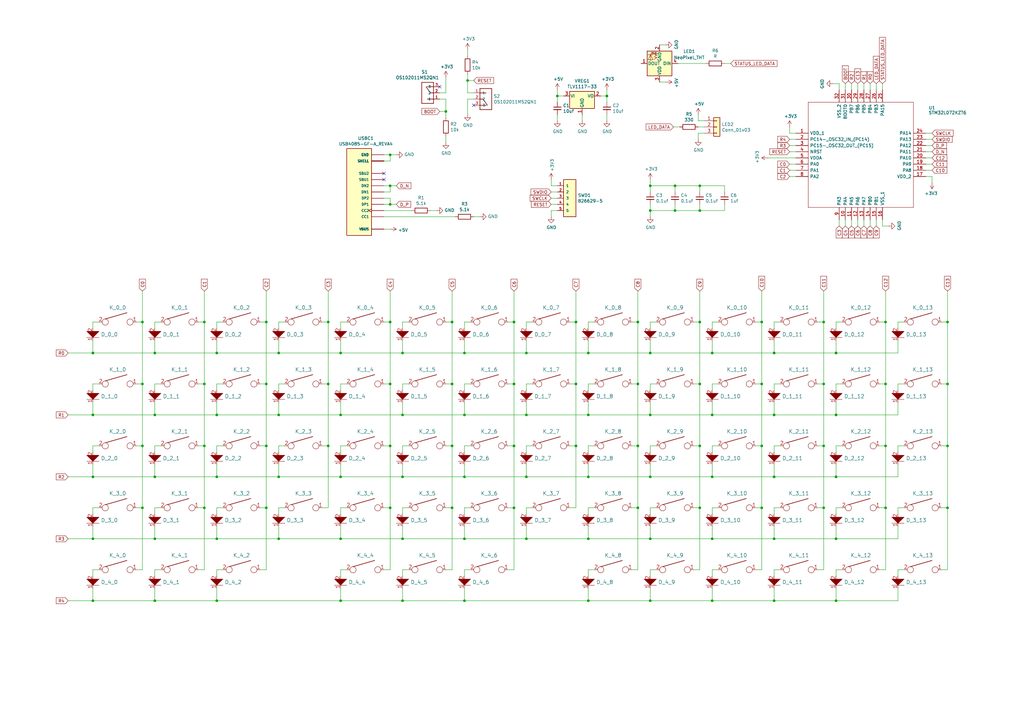
<source format=kicad_sch>
(kicad_sch (version 20211123) (generator eeschema)
  (paper "A3")
  (title_block (title "Uniform Keyboard"))
  (junction (at 190.5 195.58))
  (junction (at 139.7 246.38))
  (junction (at 276.86 86.36))
  (junction (at 215.9 144.78))
  (junction (at 114.3 170.18))
  (junction (at 38.1 246.38))
  (junction (at 342.9 170.18))
  (junction (at 63.5 220.98))
  (junction (at 190.5 144.78))
  (junction (at 292.1 170.18))
  (junction (at 363.22 182.88))
  (junction (at 266.7 220.98))
  (junction (at 182.88 45.72))
  (junction (at 139.7 220.98))
  (junction (at 210.82 208.28))
  (junction (at 215.9 195.58))
  (junction (at 134.62 182.88))
  (junction (at 287.02 208.28))
  (junction (at 83.82 208.28))
  (junction (at 190.5 246.38))
  (junction (at 185.42 208.28))
  (junction (at 114.3 144.78))
  (junction (at 88.9 195.58))
  (junction (at 363.22 157.48))
  (junction (at 139.7 195.58))
  (junction (at 58.42 132.08))
  (junction (at 63.5 144.78))
  (junction (at 342.9 195.58))
  (junction (at 38.1 144.78))
  (junction (at 63.5 246.38))
  (junction (at 215.9 170.18))
  (junction (at 317.5 246.38))
  (junction (at 190.5 220.98))
  (junction (at 63.5 195.58))
  (junction (at 266.7 86.36))
  (junction (at 342.9 144.78))
  (junction (at 312.42 182.88))
  (junction (at 317.5 195.58))
  (junction (at 276.86 76.2))
  (junction (at 190.5 170.18))
  (junction (at 292.1 246.38))
  (junction (at 160.02 182.88))
  (junction (at 134.62 157.48))
  (junction (at 160.02 208.28))
  (junction (at 312.42 157.48))
  (junction (at 363.22 132.08))
  (junction (at 261.62 182.88))
  (junction (at 342.9 220.98))
  (junction (at 261.62 208.28))
  (junction (at 210.82 132.08))
  (junction (at 266.7 195.58))
  (junction (at 317.5 170.18))
  (junction (at 191.77 33.02))
  (junction (at 38.1 170.18))
  (junction (at 241.3 144.78))
  (junction (at 342.9 246.38))
  (junction (at 388.62 157.48))
  (junction (at 266.7 76.2))
  (junction (at 38.1 195.58))
  (junction (at 114.3 195.58))
  (junction (at 160.02 76.2))
  (junction (at 287.02 157.48))
  (junction (at 165.1 144.78))
  (junction (at 317.5 220.98))
  (junction (at 109.22 132.08))
  (junction (at 292.1 220.98))
  (junction (at 83.82 182.88))
  (junction (at 266.7 144.78))
  (junction (at 160.02 132.08))
  (junction (at 287.02 86.36))
  (junction (at 185.42 182.88))
  (junction (at 58.42 157.48))
  (junction (at 248.92 39.37))
  (junction (at 261.62 132.08))
  (junction (at 287.02 182.88))
  (junction (at 388.62 132.08))
  (junction (at 228.6 39.37))
  (junction (at 236.22 157.48))
  (junction (at 58.42 208.28))
  (junction (at 165.1 195.58))
  (junction (at 160.02 83.82))
  (junction (at 241.3 246.38))
  (junction (at 337.82 157.48))
  (junction (at 160.02 157.48))
  (junction (at 292.1 144.78))
  (junction (at 337.82 132.08))
  (junction (at 63.5 170.18))
  (junction (at 109.22 208.28))
  (junction (at 215.9 220.98))
  (junction (at 388.62 208.28))
  (junction (at 88.9 246.38))
  (junction (at 337.82 182.88))
  (junction (at 88.9 220.98))
  (junction (at 58.42 182.88))
  (junction (at 114.3 220.98))
  (junction (at 337.82 208.28))
  (junction (at 292.1 195.58))
  (junction (at 363.22 208.28))
  (junction (at 160.02 63.5))
  (junction (at 83.82 132.08))
  (junction (at 236.22 182.88))
  (junction (at 241.3 170.18))
  (junction (at 261.62 157.48))
  (junction (at 241.3 220.98))
  (junction (at 165.1 246.38))
  (junction (at 287.02 76.2))
  (junction (at 210.82 157.48))
  (junction (at 109.22 157.48))
  (junction (at 266.7 170.18))
  (junction (at 312.42 208.28))
  (junction (at 317.5 144.78))
  (junction (at 165.1 170.18))
  (junction (at 236.22 132.08))
  (junction (at 165.1 220.98))
  (junction (at 241.3 195.58))
  (junction (at 266.7 246.38))
  (junction (at 185.42 132.08))
  (junction (at 139.7 170.18))
  (junction (at 134.62 132.08))
  (junction (at 83.82 157.48))
  (junction (at 38.1 220.98))
  (junction (at 88.9 170.18))
  (junction (at 287.02 132.08))
  (junction (at 185.42 157.48))
  (junction (at 210.82 182.88))
  (junction (at 139.7 144.78))
  (junction (at 88.9 144.78))
  (junction (at 312.42 132.08))
  (junction (at 109.22 182.88))
  (junction (at 388.62 182.88))
  (no_connect (at 180.34 35.56))
  (no_connect (at 157.48 71.12))
  (no_connect (at 157.48 73.66))
  (no_connect (at 194.31 43.18))
  (wire (pts (xy 248.92 36.83) (xy 248.92 39.37)))
  (wire (pts (xy 309.88 132.08) (xy 312.42 132.08)))
  (wire (pts (xy 38.1 233.68) (xy 38.1 236.22)))
  (wire (pts (xy 38.1 170.18) (xy 63.5 170.18)))
  (wire (pts (xy 210.82 132.08) (xy 210.82 157.48)))
  (wire (pts (xy 58.42 132.08) (xy 58.42 119.38)))
  (wire (pts (xy 88.9 170.18) (xy 88.9 165.1)))
  (wire (pts (xy 231.14 39.37) (xy 228.6 39.37)))
  (wire (pts (xy 139.7 132.08) (xy 139.7 134.62)))
  (wire (pts (xy 83.82 132.08) (xy 81.28 132.08)))
  (wire (pts (xy 55.88 132.08) (xy 58.42 132.08)))
  (wire (pts (xy 388.62 233.68) (xy 388.62 208.28)))
  (wire (pts (xy 109.22 233.68) (xy 106.68 233.68)))
  (wire (pts (xy 236.22 208.28) (xy 236.22 182.88)))
  (wire (pts (xy 379.73 69.85) (xy 382.27 69.85)))
  (wire (pts (xy 288.925 49.53) (xy 286.385 49.53)))
  (wire (pts (xy 286.385 54.61) (xy 286.385 57.15)))
  (wire (pts (xy 157.48 63.5) (xy 160.02 63.5)))
  (wire (pts (xy 180.34 40.64) (xy 182.88 40.64)))
  (wire (pts (xy 139.7 144.78) (xy 139.7 139.7)))
  (wire (pts (xy 185.42 132.08) (xy 185.42 157.48)))
  (wire (pts (xy 58.42 208.28) (xy 58.42 233.68)))
  (wire (pts (xy 114.3 195.58) (xy 139.7 195.58)))
  (wire (pts (xy 317.5 208.28) (xy 317.5 210.82)))
  (wire (pts (xy 266.7 76.2) (xy 266.7 78.74)))
  (wire (pts (xy 287.02 182.88) (xy 284.48 182.88)))
  (wire (pts (xy 215.9 220.98) (xy 241.3 220.98)))
  (wire (pts (xy 142.24 233.68) (xy 139.7 233.68)))
  (wire (pts (xy 317.5 170.18) (xy 317.5 165.1)))
  (wire (pts (xy 40.64 182.88) (xy 38.1 182.88)))
  (wire (pts (xy 266.7 132.08) (xy 266.7 134.62)))
  (wire (pts (xy 361.95 90.17) (xy 361.95 92.71)))
  (wire (pts (xy 83.82 233.68) (xy 83.82 208.28)))
  (wire (pts (xy 292.1 170.18) (xy 317.5 170.18)))
  (wire (pts (xy 337.82 157.48) (xy 335.28 157.48)))
  (wire (pts (xy 276.86 76.2) (xy 276.86 78.74)))
  (wire (pts (xy 363.22 182.88) (xy 363.22 208.28)))
  (wire (pts (xy 233.68 208.28) (xy 236.22 208.28)))
  (wire (pts (xy 134.62 132.08) (xy 134.62 119.38)))
  (wire (pts (xy 226.06 76.2) (xy 228.6 76.2)))
  (wire (pts (xy 337.82 119.38) (xy 337.82 132.08)))
  (wire (pts (xy 83.82 182.88) (xy 81.28 182.88)))
  (wire (pts (xy 261.62 132.08) (xy 261.62 157.48)))
  (wire (pts (xy 317.5 233.68) (xy 317.5 236.22)))
  (wire (pts (xy 382.27 59.69) (xy 379.73 59.69)))
  (wire (pts (xy 38.1 246.38) (xy 63.5 246.38)))
  (wire (pts (xy 116.84 157.48) (xy 114.3 157.48)))
  (wire (pts (xy 388.62 182.88) (xy 388.62 157.48)))
  (wire (pts (xy 326.39 64.77) (xy 314.96 64.77)))
  (wire (pts (xy 63.5 132.08) (xy 63.5 134.62)))
  (wire (pts (xy 269.24 182.88) (xy 266.7 182.88)))
  (wire (pts (xy 312.42 132.08) (xy 312.42 157.48)))
  (wire (pts (xy 342.9 246.38) (xy 342.9 241.3)))
  (wire (pts (xy 317.5 144.78) (xy 342.9 144.78)))
  (wire (pts (xy 157.48 93.98) (xy 160.02 93.98)))
  (wire (pts (xy 270.51 18.415) (xy 273.05 18.415)))
  (wire (pts (xy 193.04 208.28) (xy 190.5 208.28)))
  (wire (pts (xy 157.48 86.36) (xy 168.91 86.36)))
  (wire (pts (xy 180.34 38.1) (xy 182.88 38.1)))
  (wire (pts (xy 320.04 233.68) (xy 317.5 233.68)))
  (wire (pts (xy 312.42 208.28) (xy 312.42 233.68)))
  (wire (pts (xy 317.5 195.58) (xy 317.5 190.5)))
  (wire (pts (xy 134.62 157.48) (xy 134.62 182.88)))
  (wire (pts (xy 259.08 132.08) (xy 261.62 132.08)))
  (wire (pts (xy 210.82 119.38) (xy 210.82 132.08)))
  (wire (pts (xy 215.9 144.78) (xy 241.3 144.78)))
  (wire (pts (xy 88.9 246.38) (xy 139.7 246.38)))
  (wire (pts (xy 215.9 195.58) (xy 241.3 195.58)))
  (wire (pts (xy 342.9 233.68) (xy 342.9 236.22)))
  (wire (pts (xy 88.9 144.78) (xy 114.3 144.78)))
  (wire (pts (xy 142.24 208.28) (xy 139.7 208.28)))
  (wire (pts (xy 323.85 59.69) (xy 326.39 59.69)))
  (wire (pts (xy 165.1 220.98) (xy 165.1 215.9)))
  (wire (pts (xy 368.3 132.08) (xy 368.3 134.62)))
  (wire (pts (xy 337.82 132.08) (xy 335.28 132.08)))
  (wire (pts (xy 361.95 92.71) (xy 364.49 92.71)))
  (wire (pts (xy 116.84 208.28) (xy 114.3 208.28)))
  (wire (pts (xy 236.22 182.88) (xy 233.68 182.88)))
  (wire (pts (xy 359.41 36.83) (xy 359.41 34.29)))
  (wire (pts (xy 109.22 132.08) (xy 109.22 119.38)))
  (wire (pts (xy 312.42 157.48) (xy 309.88 157.48)))
  (wire (pts (xy 241.3 132.08) (xy 241.3 134.62)))
  (wire (pts (xy 287.02 132.08) (xy 284.48 132.08)))
  (wire (pts (xy 344.17 36.83) (xy 344.17 34.29)))
  (wire (pts (xy 228.6 36.83) (xy 228.6 39.37)))
  (wire (pts (xy 191.77 33.02) (xy 191.77 38.1)))
  (wire (pts (xy 323.85 72.39) (xy 326.39 72.39)))
  (wire (pts (xy 38.1 190.5) (xy 38.1 195.58)))
  (wire (pts (xy 312.42 182.88) (xy 312.42 208.28)))
  (wire (pts (xy 193.04 182.88) (xy 190.5 182.88)))
  (wire (pts (xy 63.5 246.38) (xy 63.5 241.3)))
  (wire (pts (xy 66.04 157.48) (xy 63.5 157.48)))
  (wire (pts (xy 66.04 132.08) (xy 63.5 132.08)))
  (wire (pts (xy 388.62 157.48) (xy 386.08 157.48)))
  (wire (pts (xy 261.62 182.88) (xy 259.08 182.88)))
  (wire (pts (xy 269.24 157.48) (xy 266.7 157.48)))
  (wire (pts (xy 182.88 31.75) (xy 182.88 38.1)))
  (wire (pts (xy 190.5 220.98) (xy 215.9 220.98)))
  (wire (pts (xy 354.33 90.17) (xy 354.33 92.71)))
  (wire (pts (xy 241.3 246.38) (xy 266.7 246.38)))
  (wire (pts (xy 292.1 246.38) (xy 317.5 246.38)))
  (wire (pts (xy 299.72 26.035) (xy 297.18 26.035)))
  (wire (pts (xy 116.84 182.88) (xy 114.3 182.88)))
  (wire (pts (xy 356.87 36.83) (xy 356.87 34.29)))
  (wire (pts (xy 363.22 119.38) (xy 363.22 132.08)))
  (wire (pts (xy 134.62 182.88) (xy 134.62 208.28)))
  (wire (pts (xy 342.9 182.88) (xy 342.9 185.42)))
  (wire (pts (xy 40.64 233.68) (xy 38.1 233.68)))
  (wire (pts (xy 382.27 57.15) (xy 379.73 57.15)))
  (wire (pts (xy 114.3 170.18) (xy 114.3 165.1)))
  (wire (pts (xy 165.1 220.98) (xy 190.5 220.98)))
  (wire (pts (xy 226.06 78.74) (xy 228.6 78.74)))
  (wire (pts (xy 218.44 208.28) (xy 215.9 208.28)))
  (wire (pts (xy 241.3 246.38) (xy 241.3 241.3)))
  (wire (pts (xy 191.77 20.32) (xy 191.77 22.86)))
  (wire (pts (xy 266.7 86.36) (xy 276.86 86.36)))
  (wire (pts (xy 342.9 157.48) (xy 342.9 160.02)))
  (wire (pts (xy 379.73 72.39) (xy 382.27 72.39)))
  (wire (pts (xy 139.7 195.58) (xy 139.7 190.5)))
  (wire (pts (xy 210.82 157.48) (xy 210.82 182.88)))
  (wire (pts (xy 261.62 233.68) (xy 259.08 233.68)))
  (wire (pts (xy 194.31 88.9) (xy 196.85 88.9)))
  (wire (pts (xy 323.85 52.07) (xy 323.85 54.61)))
  (wire (pts (xy 139.7 144.78) (xy 165.1 144.78)))
  (wire (pts (xy 210.82 208.28) (xy 208.28 208.28)))
  (wire (pts (xy 139.7 220.98) (xy 139.7 215.9)))
  (wire (pts (xy 40.64 157.48) (xy 38.1 157.48)))
  (wire (pts (xy 114.3 170.18) (xy 139.7 170.18)))
  (wire (pts (xy 185.42 157.48) (xy 185.42 182.88)))
  (wire (pts (xy 157.48 76.2) (xy 160.02 76.2)))
  (wire (pts (xy 243.84 157.48) (xy 241.3 157.48)))
  (wire (pts (xy 386.08 233.68) (xy 388.62 233.68)))
  (wire (pts (xy 157.48 233.68) (xy 160.02 233.68)))
  (wire (pts (xy 139.7 157.48) (xy 139.7 160.02)))
  (wire (pts (xy 190.5 220.98) (xy 190.5 215.9)))
  (wire (pts (xy 368.3 208.28) (xy 368.3 210.82)))
  (wire (pts (xy 337.82 208.28) (xy 335.28 208.28)))
  (wire (pts (xy 91.44 182.88) (xy 88.9 182.88)))
  (wire (pts (xy 292.1 144.78) (xy 317.5 144.78)))
  (wire (pts (xy 190.5 182.88) (xy 190.5 185.42)))
  (wire (pts (xy 236.22 132.08) (xy 233.68 132.08)))
  (wire (pts (xy 38.1 241.3) (xy 38.1 246.38)))
  (wire (pts (xy 276.86 76.2) (xy 287.02 76.2)))
  (wire (pts (xy 165.1 182.88) (xy 165.1 185.42)))
  (wire (pts (xy 215.9 220.98) (xy 215.9 215.9)))
  (wire (pts (xy 63.5 233.68) (xy 63.5 236.22)))
  (wire (pts (xy 185.42 208.28) (xy 185.42 233.68)))
  (wire (pts (xy 294.64 233.68) (xy 292.1 233.68)))
  (wire (pts (xy 134.62 182.88) (xy 132.08 182.88)))
  (wire (pts (xy 160.02 81.28) (xy 160.02 83.82)))
  (wire (pts (xy 190.5 144.78) (xy 215.9 144.78)))
  (wire (pts (xy 344.17 34.29) (xy 341.63 34.29)))
  (wire (pts (xy 160.02 78.74) (xy 160.02 76.2)))
  (wire (pts (xy 320.04 157.48) (xy 317.5 157.48)))
  (wire (pts (xy 142.24 182.88) (xy 139.7 182.88)))
  (wire (pts (xy 370.84 132.08) (xy 368.3 132.08)))
  (wire (pts (xy 63.5 157.48) (xy 63.5 160.02)))
  (wire (pts (xy 266.7 220.98) (xy 292.1 220.98)))
  (wire (pts (xy 180.34 45.72) (xy 182.88 45.72)))
  (wire (pts (xy 270.51 33.655) (xy 273.05 33.655)))
  (wire (pts (xy 388.62 119.38) (xy 388.62 132.08)))
  (wire (pts (xy 88.9 246.38) (xy 88.9 241.3)))
  (wire (pts (xy 317.5 170.18) (xy 342.9 170.18)))
  (wire (pts (xy 210.82 208.28) (xy 210.82 233.68)))
  (wire (pts (xy 157.48 78.74) (xy 160.02 78.74)))
  (wire (pts (xy 228.6 39.37) (xy 228.6 41.91)))
  (wire (pts (xy 218.44 132.08) (xy 215.9 132.08)))
  (wire (pts (xy 317.5 182.88) (xy 317.5 185.42)))
  (wire (pts (xy 83.82 132.08) (xy 83.82 119.38)))
  (wire (pts (xy 139.7 182.88) (xy 139.7 185.42)))
  (wire (pts (xy 266.7 246.38) (xy 292.1 246.38)))
  (wire (pts (xy 139.7 208.28) (xy 139.7 210.82)))
  (wire (pts (xy 349.25 90.17) (xy 349.25 92.71)))
  (wire (pts (xy 287.02 86.36) (xy 287.02 83.82)))
  (wire (pts (xy 109.22 182.88) (xy 109.22 208.28)))
  (wire (pts (xy 342.9 220.98) (xy 368.3 220.98)))
  (wire (pts (xy 38.1 139.7) (xy 38.1 144.78)))
  (wire (pts (xy 165.1 170.18) (xy 165.1 165.1)))
  (wire (pts (xy 382.27 72.39) (xy 382.27 74.93)))
  (wire (pts (xy 342.9 220.98) (xy 342.9 215.9)))
  (wire (pts (xy 185.42 233.68) (xy 182.88 233.68)))
  (wire (pts (xy 88.9 144.78) (xy 88.9 139.7)))
  (wire (pts (xy 185.42 157.48) (xy 182.88 157.48)))
  (wire (pts (xy 226.06 86.36) (xy 226.06 88.9)))
  (wire (pts (xy 370.84 157.48) (xy 368.3 157.48)))
  (wire (pts (xy 323.85 67.31) (xy 326.39 67.31)))
  (wire (pts (xy 160.02 182.88) (xy 157.48 182.88)))
  (wire (pts (xy 236.22 157.48) (xy 233.68 157.48)))
  (wire (pts (xy 63.5 195.58) (xy 63.5 190.5)))
  (wire (pts (xy 215.9 170.18) (xy 241.3 170.18)))
  (wire (pts (xy 116.84 132.08) (xy 114.3 132.08)))
  (wire (pts (xy 312.42 208.28) (xy 309.88 208.28)))
  (wire (pts (xy 160.02 157.48) (xy 160.02 132.08)))
  (wire (pts (xy 66.04 233.68) (xy 63.5 233.68)))
  (wire (pts (xy 345.44 208.28) (xy 342.9 208.28)))
  (wire (pts (xy 345.44 182.88) (xy 342.9 182.88)))
  (wire (pts (xy 320.04 208.28) (xy 317.5 208.28)))
  (wire (pts (xy 139.7 220.98) (xy 165.1 220.98)))
  (wire (pts (xy 132.08 132.08) (xy 134.62 132.08)))
  (wire (pts (xy 312.42 233.68) (xy 309.88 233.68)))
  (wire (pts (xy 368.3 233.68) (xy 368.3 236.22)))
  (wire (pts (xy 182.88 40.64) (xy 182.88 45.72)))
  (wire (pts (xy 165.1 233.68) (xy 165.1 236.22)))
  (wire (pts (xy 345.44 157.48) (xy 342.9 157.48)))
  (wire (pts (xy 38.1 195.58) (xy 27.94 195.58)))
  (wire (pts (xy 190.5 170.18) (xy 215.9 170.18)))
  (wire (pts (xy 38.1 220.98) (xy 27.94 220.98)))
  (wire (pts (xy 114.3 157.48) (xy 114.3 160.02)))
  (wire (pts (xy 40.64 132.08) (xy 38.1 132.08)))
  (wire (pts (xy 38.1 246.38) (xy 27.94 246.38)))
  (wire (pts (xy 38.1 208.28) (xy 38.1 210.82)))
  (wire (pts (xy 382.27 62.23) (xy 379.73 62.23)))
  (wire (pts (xy 368.3 182.88) (xy 368.3 185.42)))
  (wire (pts (xy 160.02 76.2) (xy 162.56 76.2)))
  (wire (pts (xy 368.3 170.18) (xy 368.3 165.1)))
  (wire (pts (xy 370.84 208.28) (xy 368.3 208.28)))
  (wire (pts (xy 337.82 182.88) (xy 335.28 182.88)))
  (wire (pts (xy 226.06 73.66) (xy 226.06 76.2)))
  (wire (pts (xy 167.64 157.48) (xy 165.1 157.48)))
  (wire (pts (xy 243.84 233.68) (xy 241.3 233.68)))
  (wire (pts (xy 63.5 170.18) (xy 63.5 165.1)))
  (wire (pts (xy 379.73 67.31) (xy 382.27 67.31)))
  (wire (pts (xy 215.9 132.08) (xy 215.9 134.62)))
  (wire (pts (xy 317.5 144.78) (xy 317.5 139.7)))
  (wire (pts (xy 342.9 195.58) (xy 342.9 190.5)))
  (wire (pts (xy 363.22 157.48) (xy 360.68 157.48)))
  (wire (pts (xy 109.22 182.88) (xy 106.68 182.88)))
  (wire (pts (xy 165.1 170.18) (xy 190.5 170.18)))
  (wire (pts (xy 241.3 182.88) (xy 241.3 185.42)))
  (wire (pts (xy 286.385 52.07) (xy 288.925 52.07)))
  (wire (pts (xy 269.24 132.08) (xy 266.7 132.08)))
  (wire (pts (xy 368.3 144.78) (xy 368.3 139.7)))
  (wire (pts (xy 356.87 90.17) (xy 356.87 92.71)))
  (wire (pts (xy 287.02 208.28) (xy 287.02 182.88)))
  (wire (pts (xy 38.1 144.78) (xy 27.94 144.78)))
  (wire (pts (xy 292.1 170.18) (xy 292.1 165.1)))
  (wire (pts (xy 38.1 195.58) (xy 63.5 195.58)))
  (wire (pts (xy 165.1 144.78) (xy 190.5 144.78)))
  (wire (pts (xy 88.9 170.18) (xy 114.3 170.18)))
  (wire (pts (xy 312.42 119.38) (xy 312.42 132.08)))
  (wire (pts (xy 40.64 208.28) (xy 38.1 208.28)))
  (wire (pts (xy 266.7 76.2) (xy 276.86 76.2)))
  (wire (pts (xy 160.02 66.04) (xy 160.02 63.5)))
  (wire (pts (xy 261.62 119.38) (xy 261.62 132.08)))
  (wire (pts (xy 241.3 170.18) (xy 241.3 165.1)))
  (wire (pts (xy 287.02 182.88) (xy 287.02 157.48)))
  (wire (pts (xy 63.5 220.98) (xy 88.9 220.98)))
  (wire (pts (xy 215.9 144.78) (xy 215.9 139.7)))
  (wire (pts (xy 361.95 36.83) (xy 361.95 34.29)))
  (wire (pts (xy 88.9 195.58) (xy 88.9 190.5)))
  (wire (pts (xy 190.5 208.28) (xy 190.5 210.82)))
  (wire (pts (xy 261.62 157.48) (xy 261.62 182.88)))
  (wire (pts (xy 294.64 132.08) (xy 292.1 132.08)))
  (wire (pts (xy 160.02 83.82) (xy 162.56 83.82)))
  (wire (pts (xy 38.1 157.48) (xy 38.1 160.02)))
  (wire (pts (xy 363.22 233.68) (xy 360.68 233.68)))
  (wire (pts (xy 241.3 220.98) (xy 266.7 220.98)))
  (wire (pts (xy 210.82 182.88) (xy 208.28 182.88)))
  (wire (pts (xy 160.02 132.08) (xy 160.02 119.38)))
  (wire (pts (xy 337.82 182.88) (xy 337.82 157.48)))
  (wire (pts (xy 388.62 208.28) (xy 388.62 182.88)))
  (wire (pts (xy 38.1 170.18) (xy 27.94 170.18)))
  (wire (pts (xy 261.62 157.48) (xy 259.08 157.48)))
  (wire (pts (xy 238.76 49.53) (xy 238.76 46.99)))
  (wire (pts (xy 379.73 64.77) (xy 382.27 64.77)))
  (wire (pts (xy 312.42 157.48) (xy 312.42 182.88)))
  (wire (pts (xy 388.62 208.28) (xy 386.08 208.28)))
  (wire (pts (xy 38.1 132.08) (xy 38.1 134.62)))
  (wire (pts (xy 294.64 208.28) (xy 292.1 208.28)))
  (wire (pts (xy 317.5 246.38) (xy 342.9 246.38)))
  (wire (pts (xy 363.22 182.88) (xy 360.68 182.88)))
  (wire (pts (xy 342.9 208.28) (xy 342.9 210.82)))
  (wire (pts (xy 269.24 233.68) (xy 266.7 233.68)))
  (wire (pts (xy 66.04 208.28) (xy 63.5 208.28)))
  (wire (pts (xy 342.9 195.58) (xy 368.3 195.58)))
  (wire (pts (xy 139.7 170.18) (xy 165.1 170.18)))
  (wire (pts (xy 134.62 157.48) (xy 132.08 157.48)))
  (wire (pts (xy 134.62 132.08) (xy 134.62 157.48)))
  (wire (pts (xy 287.02 233.68) (xy 287.02 208.28)))
  (wire (pts (xy 228.6 83.82) (xy 226.06 83.82)))
  (wire (pts (xy 388.62 132.08) (xy 386.08 132.08)))
  (wire (pts (xy 342.9 246.38) (xy 368.3 246.38)))
  (wire (pts (xy 165.1 195.58) (xy 165.1 190.5)))
  (wire (pts (xy 182.88 55.88) (xy 182.88 58.42)))
  (wire (pts (xy 243.84 132.08) (xy 241.3 132.08)))
  (wire (pts (xy 58.42 182.88) (xy 58.42 208.28)))
  (wire (pts (xy 91.44 157.48) (xy 88.9 157.48)))
  (wire (pts (xy 88.9 208.28) (xy 88.9 210.82)))
  (wire (pts (xy 292.1 157.48) (xy 292.1 160.02)))
  (wire (pts (xy 114.3 144.78) (xy 114.3 139.7)))
  (wire (pts (xy 139.7 195.58) (xy 165.1 195.58)))
  (wire (pts (xy 165.1 246.38) (xy 165.1 241.3)))
  (wire (pts (xy 160.02 233.68) (xy 160.02 208.28)))
  (wire (pts (xy 241.3 144.78) (xy 266.7 144.78)))
  (wire (pts (xy 346.71 36.83) (xy 346.71 34.29)))
  (wire (pts (xy 241.3 195.58) (xy 266.7 195.58)))
  (wire (pts (xy 114.3 208.28) (xy 114.3 210.82)))
  (wire (pts (xy 83.82 208.28) (xy 81.28 208.28)))
  (wire (pts (xy 58.42 233.68) (xy 55.88 233.68)))
  (wire (pts (xy 266.7 83.82) (xy 266.7 86.36)))
  (wire (pts (xy 157.48 83.82) (xy 160.02 83.82)))
  (wire (pts (xy 388.62 157.48) (xy 388.62 132.08)))
  (wire (pts (xy 266.7 86.36) (xy 266.7 88.9)))
  (wire (pts (xy 190.5 233.68) (xy 190.5 236.22)))
  (wire (pts (xy 190.5 195.58) (xy 190.5 190.5)))
  (wire (pts (xy 266.7 73.66) (xy 266.7 76.2)))
  (wire (pts (xy 190.5 132.08) (xy 190.5 134.62)))
  (wire (pts (xy 63.5 220.98) (xy 63.5 215.9)))
  (wire (pts (xy 226.06 81.28) (xy 228.6 81.28)))
  (wire (pts (xy 342.9 132.08) (xy 342.9 134.62)))
  (wire (pts (xy 266.7 170.18) (xy 266.7 165.1)))
  (wire (pts (xy 114.3 182.88) (xy 114.3 185.42)))
  (wire (pts (xy 241.3 233.68) (xy 241.3 236.22)))
  (wire (pts (xy 142.24 157.48) (xy 139.7 157.48)))
  (wire (pts (xy 317.5 132.08) (xy 317.5 134.62)))
  (wire (pts (xy 191.77 40.64) (xy 191.77 46.99)))
  (wire (pts (xy 185.42 119.38) (xy 185.42 132.08)))
  (wire (pts (xy 215.9 208.28) (xy 215.9 210.82)))
  (wire (pts (xy 342.9 144.78) (xy 368.3 144.78)))
  (wire (pts (xy 342.9 170.18) (xy 342.9 165.1)))
  (wire (pts (xy 248.92 46.99) (xy 248.92 49.53)))
  (wire (pts (xy 58.42 157.48) (xy 55.88 157.48)))
  (wire (pts (xy 88.9 132.08) (xy 88.9 134.62)))
  (wire (pts (xy 191.77 30.48) (xy 191.77 33.02)))
  (wire (pts (xy 190.5 246.38) (xy 241.3 246.38)))
  (wire (pts (xy 368.3 246.38) (xy 368.3 241.3)))
  (wire (pts (xy 83.82 182.88) (xy 83.82 157.48)))
  (wire (pts (xy 243.84 208.28) (xy 241.3 208.28)))
  (wire (pts (xy 278.13 26.035) (xy 289.56 26.035)))
  (wire (pts (xy 269.24 208.28) (xy 266.7 208.28)))
  (wire (pts (xy 317.5 246.38) (xy 317.5 241.3)))
  (wire (pts (xy 266.7 182.88) (xy 266.7 185.42)))
  (wire (pts (xy 388.62 182.88) (xy 386.08 182.88)))
  (wire (pts (xy 63.5 208.28) (xy 63.5 210.82)))
  (wire (pts (xy 215.9 170.18) (xy 215.9 165.1)))
  (wire (pts (xy 349.25 36.83) (xy 349.25 34.29)))
  (wire (pts (xy 218.44 182.88) (xy 215.9 182.88)))
  (wire (pts (xy 241.3 170.18) (xy 266.7 170.18)))
  (wire (pts (xy 88.9 157.48) (xy 88.9 160.02)))
  (wire (pts (xy 160.02 63.5) (xy 162.56 63.5)))
  (wire (pts (xy 193.04 132.08) (xy 190.5 132.08)))
  (wire (pts (xy 165.1 195.58) (xy 190.5 195.58)))
  (wire (pts (xy 38.1 165.1) (xy 38.1 170.18)))
  (wire (pts (xy 317.5 220.98) (xy 317.5 215.9)))
  (wire (pts (xy 193.04 157.48) (xy 190.5 157.48)))
  (wire (pts (xy 167.64 132.08) (xy 165.1 132.08)))
  (wire (pts (xy 236.22 119.38) (xy 236.22 132.08)))
  (wire (pts (xy 261.62 208.28) (xy 261.62 233.68)))
  (wire (pts (xy 109.22 157.48) (xy 109.22 182.88)))
  (wire (pts (xy 139.7 170.18) (xy 139.7 165.1)))
  (wire (pts (xy 210.82 233.68) (xy 208.28 233.68)))
  (wire (pts (xy 351.79 90.17) (xy 351.79 92.71)))
  (wire (pts (xy 363.22 132.08) (xy 363.22 157.48)))
  (wire (pts (xy 287.02 208.28) (xy 284.48 208.28)))
  (wire (pts (xy 109.22 132.08) (xy 109.22 157.48)))
  (wire (pts (xy 58.42 132.08) (xy 58.42 157.48)))
  (wire (pts (xy 284.48 233.68) (xy 287.02 233.68)))
  (wire (pts (xy 368.3 220.98) (xy 368.3 215.9)))
  (wire (pts (xy 185.42 182.88) (xy 182.88 182.88)))
  (wire (pts (xy 248.92 39.37) (xy 248.92 41.91)))
  (wire (pts (xy 191.77 40.64) (xy 194.31 40.64)))
  (wire (pts (xy 165.1 246.38) (xy 190.5 246.38)))
  (wire (pts (xy 241.3 208.28) (xy 241.3 210.82)))
  (wire (pts (xy 106.68 132.08) (xy 109.22 132.08)))
  (wire (pts (xy 292.1 233.68) (xy 292.1 236.22)))
  (wire (pts (xy 194.31 38.1) (xy 191.77 38.1)))
  (wire (pts (xy 326.39 57.15) (xy 323.85 57.15)))
  (wire (pts (xy 160.02 132.08) (xy 157.48 132.08)))
  (wire (pts (xy 139.7 246.38) (xy 139.7 241.3)))
  (wire (pts (xy 266.7 195.58) (xy 292.1 195.58)))
  (wire (pts (xy 312.42 182.88) (xy 309.88 182.88)))
  (wire (pts (xy 276.86 86.36) (xy 287.02 86.36)))
  (wire (pts (xy 266.7 170.18) (xy 292.1 170.18)))
  (wire (pts (xy 297.18 86.36) (xy 297.18 83.82)))
  (wire (pts (xy 185.42 182.88) (xy 185.42 208.28)))
  (wire (pts (xy 323.85 69.85) (xy 326.39 69.85)))
  (wire (pts (xy 236.22 157.48) (xy 236.22 132.08)))
  (wire (pts (xy 241.3 144.78) (xy 241.3 139.7)))
  (wire (pts (xy 241.3 157.48) (xy 241.3 160.02)))
  (wire (pts (xy 320.04 182.88) (xy 317.5 182.88)))
  (wire (pts (xy 58.42 157.48) (xy 58.42 182.88)))
  (wire (pts (xy 294.64 182.88) (xy 292.1 182.88)))
  (wire (pts (xy 208.28 132.08) (xy 210.82 132.08)))
  (wire (pts (xy 363.22 157.48) (xy 363.22 182.88)))
  (wire (pts (xy 266.7 144.78) (xy 266.7 139.7)))
  (wire (pts (xy 194.31 33.02) (xy 191.77 33.02)))
  (wire (pts (xy 354.33 36.83) (xy 354.33 34.29)))
  (wire (pts (xy 292.1 195.58) (xy 292.1 190.5)))
  (wire (pts (xy 266.7 220.98) (xy 266.7 215.9)))
  (wire (pts (xy 114.3 132.08) (xy 114.3 134.62)))
  (wire (pts (xy 210.82 157.48) (xy 208.28 157.48)))
  (wire (pts (xy 58.42 182.88) (xy 55.88 182.88)))
  (wire (pts (xy 63.5 195.58) (xy 88.9 195.58)))
  (wire (pts (xy 292.1 195.58) (xy 317.5 195.58)))
  (wire (pts (xy 287.02 157.48) (xy 284.48 157.48)))
  (wire (pts (xy 38.1 182.88) (xy 38.1 185.42)))
  (wire (pts (xy 190.5 246.38) (xy 190.5 241.3)))
  (wire (pts (xy 83.82 157.48) (xy 83.82 132.08)))
  (wire (pts (xy 114.3 195.58) (xy 114.3 190.5)))
  (wire (pts (xy 368.3 157.48) (xy 368.3 160.02)))
  (wire (pts (xy 292.1 220.98) (xy 292.1 215.9)))
  (wire (pts (xy 142.24 132.08) (xy 139.7 132.08)))
  (wire (pts (xy 345.44 233.68) (xy 342.9 233.68)))
  (wire (pts (xy 288.925 54.61) (xy 286.385 54.61)))
  (wire (pts (xy 66.04 182.88) (xy 63.5 182.88)))
  (wire (pts (xy 337.82 208.28) (xy 337.82 182.88)))
  (wire (pts (xy 276.86 83.82) (xy 276.86 86.36)))
  (wire (pts (xy 157.48 88.9) (xy 186.69 88.9)))
  (wire (pts (xy 317.5 220.98) (xy 342.9 220.98)))
  (wire (pts (xy 292.1 208.28) (xy 292.1 210.82)))
  (wire (pts (xy 292.1 220.98) (xy 317.5 220.98)))
  (wire (pts (xy 266.7 195.58) (xy 266.7 190.5)))
  (wire (pts (xy 176.53 86.36) (xy 179.07 86.36)))
  (wire (pts (xy 297.18 76.2) (xy 297.18 78.74)))
  (wire (pts (xy 215.9 157.48) (xy 215.9 160.02)))
  (wire (pts (xy 261.62 208.28) (xy 259.08 208.28)))
  (wire (pts (xy 287.02 86.36) (xy 297.18 86.36)))
  (wire (pts (xy 261.62 182.88) (xy 261.62 208.28)))
  (wire (pts (xy 210.82 182.88) (xy 210.82 208.28)))
  (wire (pts (xy 241.3 195.58) (xy 241.3 190.5)))
  (wire (pts (xy 241.3 220.98) (xy 241.3 215.9)))
  (wire (pts (xy 63.5 246.38) (xy 88.9 246.38)))
  (wire (pts (xy 218.44 157.48) (xy 215.9 157.48)))
  (wire (pts (xy 109.22 157.48) (xy 106.68 157.48)))
  (wire (pts (xy 91.44 208.28) (xy 88.9 208.28)))
  (wire (pts (xy 292.1 144.78) (xy 292.1 139.7)))
  (wire (pts (xy 287.02 157.48) (xy 287.02 132.08)))
  (wire (pts (xy 370.84 182.88) (xy 368.3 182.88)))
  (wire (pts (xy 278.765 52.07) (xy 276.225 52.07)))
  (wire (pts (xy 38.1 220.98) (xy 63.5 220.98)))
  (wire (pts (xy 286.385 49.53) (xy 286.385 46.99)))
  (wire (pts (xy 134.62 208.28) (xy 132.08 208.28)))
  (wire (pts (xy 323.85 54.61) (xy 326.39 54.61)))
  (wire (pts (xy 63.5 144.78) (xy 88.9 144.78)))
  (wire (pts (xy 266.7 233.68) (xy 266.7 236.22)))
  (wire (pts (xy 160.02 208.28) (xy 157.48 208.28)))
  (wire (pts (xy 363.22 208.28) (xy 363.22 233.68)))
  (wire (pts (xy 294.64 157.48) (xy 292.1 157.48)))
  (wire (pts (xy 185.42 208.28) (xy 182.88 208.28)))
  (wire (pts (xy 83.82 208.28) (xy 83.82 182.88)))
  (wire (pts (xy 228.6 86.36) (xy 226.06 86.36)))
  (wire (pts (xy 370.84 233.68) (xy 368.3 233.68)))
  (wire (pts (xy 317.5 195.58) (xy 342.9 195.58)))
  (wire (pts (xy 287.02 76.2) (xy 297.18 76.2)))
  (wire (pts (xy 165.1 208.28) (xy 165.1 210.82)))
  (wire (pts (xy 368.3 195.58) (xy 368.3 190.5)))
  (wire (pts (xy 190.5 195.58) (xy 215.9 195.58)))
  (wire (pts (xy 38.1 144.78) (xy 63.5 144.78)))
  (wire (pts (xy 342.9 170.18) (xy 368.3 170.18)))
  (wire (pts (xy 363.22 208.28) (xy 360.68 208.28)))
  (wire (pts (xy 63.5 182.88) (xy 63.5 185.42)))
  (wire (pts (xy 81.28 233.68) (xy 83.82 233.68)))
  (wire (pts (xy 91.44 132.08) (xy 88.9 132.08)))
  (wire (pts (xy 320.04 132.08) (xy 317.5 132.08)))
  (wire (pts (xy 292.1 246.38) (xy 292.1 241.3)))
  (wire (pts (xy 167.64 208.28) (xy 165.1 208.28)))
  (wire (pts (xy 109.22 208.28) (xy 109.22 233.68)))
  (wire (pts (xy 63.5 170.18) (xy 88.9 170.18)))
  (wire (pts (xy 351.79 36.83) (xy 351.79 34.29)))
  (wire (pts (xy 88.9 233.68) (xy 88.9 236.22)))
  (wire (pts (xy 266.7 157.48) (xy 266.7 160.02)))
  (wire (pts (xy 88.9 182.88) (xy 88.9 185.42)))
  (wire (pts (xy 359.41 90.17) (xy 359.41 92.71)))
  (wire (pts (xy 165.1 132.08) (xy 165.1 134.62)))
  (wire (pts (xy 236.22 182.88) (xy 236.22 157.48)))
  (wire (pts (xy 215.9 182.88) (xy 215.9 185.42)))
  (wire (pts (xy 292.1 182.88) (xy 292.1 185.42)))
  (wire (pts (xy 165.1 144.78) (xy 165.1 139.7)))
  (wire (pts (xy 215.9 195.58) (xy 215.9 190.5)))
  (wire (pts (xy 88.9 195.58) (xy 114.3 195.58)))
  (wire (pts (xy 345.44 132.08) (xy 342.9 132.08)))
  (wire (pts (xy 287.02 76.2) (xy 287.02 78.74)))
  (wire (pts (xy 167.64 182.88) (xy 165.1 182.88)))
  (wire (pts (xy 344.17 90.17) (xy 344.17 92.71)))
  (wire (pts (xy 91.44 233.68) (xy 88.9 233.68)))
  (wire (pts (xy 114.3 144.78) (xy 139.7 144.78)))
  (wire (pts (xy 63.5 144.78) (xy 63.5 139.7)))
  (wire (pts (xy 83.82 157.48) (xy 81.28 157.48)))
  (wire (pts (xy 139.7 233.68) (xy 139.7 236.22)))
  (wire (pts (xy 190.5 157.48) (xy 190.5 160.02)))
  (wire (pts (xy 246.38 39.37) (xy 248.92 39.37)))
  (wire (pts (xy 109.22 208.28) (xy 106.68 208.28)))
  (wire (pts (xy 337.82 233.68) (xy 337.82 208.28)))
  (wire (pts (xy 182.88 45.72) (xy 182.88 48.26)))
  (wire (pts (xy 157.48 66.04) (xy 160.02 66.04)))
  (wire (pts (xy 360.68 132.08) (xy 363.22 132.08)))
  (wire (pts (xy 337.82 157.48) (xy 337.82 132.08)))
  (wire (pts (xy 114.3 220.98) (xy 139.7 220.98)))
  (wire (pts (xy 243.84 182.88) (xy 241.3 182.88)))
  (wire (pts (xy 266.7 144.78) (xy 292.1 144.78)))
  (wire (pts (xy 182.88 132.08) (xy 185.42 132.08)))
  (wire (pts (xy 160.02 208.28) (xy 160.02 182.88)))
  (wire (pts (xy 317.5 157.48) (xy 317.5 160.02)))
  (wire (pts (xy 287.02 119.38) (xy 287.02 132.08)))
  (wire (pts (xy 114.3 220.98) (xy 114.3 215.9)))
  (wire (pts (xy 157.48 81.28) (xy 160.02 81.28)))
  (wire (pts (xy 38.1 215.9) (xy 38.1 220.98)))
  (wire (pts (xy 190.5 144.78) (xy 190.5 139.7)))
  (wire (pts (xy 342.9 144.78) (xy 342.9 139.7)))
  (wire (pts (xy 139.7 246.38) (xy 165.1 246.38)))
  (wire (pts (xy 292.1 132.08) (xy 292.1 134.62)))
  (wire (pts (xy 193.04 233.68) (xy 190.5 233.68)))
  (wire (pts (xy 335.28 233.68) (xy 337.82 233.68)))
  (wire (pts (xy 190.5 170.18) (xy 190.5 165.1)))
  (wire (pts (xy 326.39 62.23) (xy 323.85 62.23)))
  (wire (pts (xy 266.7 246.38) (xy 266.7 241.3)))
  (wire (pts (xy 88.9 220.98) (xy 88.9 215.9)))
  (wire (pts (xy 160.02 157.48) (xy 157.48 157.48)))
  (wire (pts (xy 88.9 220.98) (xy 114.3 220.98)))
  (wire (pts (xy 266.7 208.28) (xy 266.7 210.82)))
  (wire (pts (xy 346.71 90.17) (xy 346.71 92.71)))
  (wire (pts (xy 160.02 182.88) (xy 160.02 157.48)))
  (wire (pts (xy 165.1 157.48) (xy 165.1 160.02)))
  (wire (pts (xy 58.42 208.28) (xy 55.88 208.28)))
  (wire (pts (xy 382.27 54.61) (xy 379.73 54.61)))
  (wire (pts (xy 228.6 46.99) (xy 228.6 49.53)))
  (wire (pts (xy 167.64 233.68) (xy 165.1 233.68)))
  (global_label "BOOT" (shape input) (at 180.34 45.72 180) (property "Intersheet References" "${INTERSHEET_REFS}" (effects hide)))
  (global_label "C12" (shape input) (at 363.22 119.38 90) (property "Intersheet References" "${INTERSHEET_REFS}" (effects hide)))
  (global_label "SWCLK" (shape input) (at 226.06 81.28 180) (property "Intersheet References" "${INTERSHEET_REFS}" (effects hide)))
  (global_label "C6" (shape input) (at 210.82 119.38 90) (property "Intersheet References" "${INTERSHEET_REFS}" (effects hide)))
  (global_label "STATUS_LED_DATA" (shape input) (at 299.72 26.035 0) (property "Intersheet References" "${INTERSHEET_REFS}" (effects hide)))
  (global_label "D_P" (shape input) (at 162.56 83.82 0) (property "Intersheet References" "${INTERSHEET_REFS}" (effects hide)))
  (global_label "C0" (shape input) (at 323.85 67.31 180) (property "Intersheet References" "${INTERSHEET_REFS}" (effects hide)))
  (global_label "C9" (shape input) (at 359.41 92.71 270) (property "Intersheet References" "${INTERSHEET_REFS}" (effects hide)))
  (global_label "C7" (shape input) (at 236.22 119.38 90) (property "Intersheet References" "${INTERSHEET_REFS}" (effects hide)))
  (global_label "C13" (shape input) (at 388.62 119.38 90) (property "Intersheet References" "${INTERSHEET_REFS}" (effects hide)))
  (global_label "C0" (shape input) (at 58.42 119.38 90) (property "Intersheet References" "${INTERSHEET_REFS}" (effects hide)))
  (global_label "R1" (shape input) (at 354.33 34.29 90) (property "Intersheet References" "${INTERSHEET_REFS}" (effects hide)))
  (global_label "R0" (shape input) (at 27.94 144.78 180) (property "Intersheet References" "${INTERSHEET_REFS}" (effects hide)))
  (global_label "STATUS_LED_DATA" (shape input) (at 361.95 34.29 90) (property "Intersheet References" "${INTERSHEET_REFS}" (effects hide)))
  (global_label "C9" (shape input) (at 287.02 119.38 90) (property "Intersheet References" "${INTERSHEET_REFS}" (effects hide)))
  (global_label "BOOT" (shape input) (at 346.71 34.29 90) (property "Intersheet References" "${INTERSHEET_REFS}" (effects hide)))
  (global_label "R2" (shape input) (at 349.25 34.29 90) (property "Intersheet References" "${INTERSHEET_REFS}" (effects hide)))
  (global_label "C7" (shape input) (at 354.33 92.71 270) (property "Intersheet References" "${INTERSHEET_REFS}" (effects hide)))
  (global_label "SWDIO" (shape input) (at 382.27 57.15 0) (property "Intersheet References" "${INTERSHEET_REFS}" (effects hide)))
  (global_label "C10" (shape input) (at 312.42 119.38 90) (property "Intersheet References" "${INTERSHEET_REFS}" (effects hide)))
  (global_label "C8" (shape input) (at 261.62 119.38 90) (property "Intersheet References" "${INTERSHEET_REFS}" (effects hide)))
  (global_label "R0" (shape input) (at 356.87 34.29 90) (property "Intersheet References" "${INTERSHEET_REFS}" (effects hide)))
  (global_label "C3" (shape input) (at 344.17 92.71 270) (property "Intersheet References" "${INTERSHEET_REFS}" (effects hide)))
  (global_label "RESET" (shape input) (at 226.06 83.82 180) (property "Intersheet References" "${INTERSHEET_REFS}" (effects hide)))
  (global_label "SWDIO" (shape input) (at 226.06 78.74 180) (property "Intersheet References" "${INTERSHEET_REFS}" (effects hide)))
  (global_label "C5" (shape input) (at 349.25 92.71 270) (property "Intersheet References" "${INTERSHEET_REFS}" (effects hide)))
  (global_label "C3" (shape input) (at 134.62 119.38 90) (property "Intersheet References" "${INTERSHEET_REFS}" (effects hide)))
  (global_label "R3" (shape input) (at 323.85 59.69 180) (property "Intersheet References" "${INTERSHEET_REFS}" (effects hide)))
  (global_label "C4" (shape input) (at 346.71 92.71 270) (property "Intersheet References" "${INTERSHEET_REFS}" (effects hide)))
  (global_label "D_N" (shape input) (at 382.27 62.23 0) (property "Intersheet References" "${INTERSHEET_REFS}" (effects hide)))
  (global_label "D_P" (shape input) (at 382.27 59.69 0) (property "Intersheet References" "${INTERSHEET_REFS}" (effects hide)))
  (global_label "C4" (shape input) (at 160.02 119.38 90) (property "Intersheet References" "${INTERSHEET_REFS}" (effects hide)))
  (global_label "R2" (shape input) (at 27.94 195.58 180) (property "Intersheet References" "${INTERSHEET_REFS}" (effects hide)))
  (global_label "R4" (shape input) (at 323.85 57.15 180) (property "Intersheet References" "${INTERSHEET_REFS}" (effects hide)))
  (global_label "C2" (shape input) (at 109.22 119.38 90) (property "Intersheet References" "${INTERSHEET_REFS}" (effects hide)))
  (global_label "RESET" (shape input) (at 323.85 62.23 180) (property "Intersheet References" "${INTERSHEET_REFS}" (effects hide)))
  (global_label "C5" (shape input) (at 185.42 119.38 90) (property "Intersheet References" "${INTERSHEET_REFS}" (effects hide)))
  (global_label "C1" (shape input) (at 83.82 119.38 90) (property "Intersheet References" "${INTERSHEET_REFS}" (effects hide)))
  (global_label "C13" (shape input) (at 351.79 34.29 90) (property "Intersheet References" "${INTERSHEET_REFS}" (effects hide)))
  (global_label "R1" (shape input) (at 27.94 170.18 180) (property "Intersheet References" "${INTERSHEET_REFS}" (effects hide)))
  (global_label "RESET" (shape input) (at 194.31 33.02 0) (property "Intersheet References" "${INTERSHEET_REFS}" (effects hide)))
  (global_label "C11" (shape input) (at 337.82 119.38 90) (property "Intersheet References" "${INTERSHEET_REFS}" (effects hide)))
  (global_label "C11" (shape input) (at 382.27 67.31 0) (property "Intersheet References" "${INTERSHEET_REFS}" (effects hide)))
  (global_label "LED_DATA" (shape input) (at 359.41 34.29 90) (property "Intersheet References" "${INTERSHEET_REFS}" (effects hide)))
  (global_label "D_N" (shape input) (at 162.56 76.2 0) (property "Intersheet References" "${INTERSHEET_REFS}" (effects hide)))
  (global_label "R4" (shape input) (at 27.94 246.38 180) (property "Intersheet References" "${INTERSHEET_REFS}" (effects hide)))
  (global_label "R3" (shape input) (at 27.94 220.98 180) (property "Intersheet References" "${INTERSHEET_REFS}" (effects hide)))
  (global_label "C8" (shape input) (at 356.87 92.71 270) (property "Intersheet References" "${INTERSHEET_REFS}" (effects hide)))
  (global_label "C6" (shape input) (at 351.79 92.71 270) (property "Intersheet References" "${INTERSHEET_REFS}" (effects hide)))
  (global_label "C2" (shape input) (at 323.85 72.39 180) (property "Intersheet References" "${INTERSHEET_REFS}" (effects hide)))
  (global_label "SWCLK" (shape input) (at 382.27 54.61 0) (property "Intersheet References" "${INTERSHEET_REFS}" (effects hide)))
  (global_label "C1" (shape input) (at 323.85 69.85 180) (property "Intersheet References" "${INTERSHEET_REFS}" (effects hide)))
  (global_label "C10" (shape input) (at 382.27 69.85 0) (property "Intersheet References" "${INTERSHEET_REFS}" (effects hide)))
  (global_label "LED_DATA" (shape input) (at 276.225 52.07 180) (property "Intersheet References" "${INTERSHEET_REFS}" (effects hide)))
  (global_label "C12" (shape input) (at 382.27 64.77 0) (property "Intersheet References" "${INTERSHEET_REFS}" (effects hide)))
  (symbol (lib_id "keyboard_parts:KEYSW") (at 48.26 132.08 0) (unit 1)
    (property "Reference" "K_0_0" (at 48.26 126.1618 0) (effects (font (size 1.524 1.524))))
    (property "Value" "KEYSW" (effects hide))
    (property "Footprint" "keyswitches:SW_MX" (effects hide))
  )
  (symbol (lib_id "keyboard_parts:KEYSW") (at 73.66 132.08 0) (unit 1)
    (property "Reference" "K_0_1" (at 73.66 126.1618 0) (effects (font (size 1.524 1.524))))
    (property "Value" "KEYSW" (effects hide))
    (property "Footprint" "keyswitches:SW_MX" (effects hide))
  )
  (symbol (lib_id "keyboard_parts:D") (at 63.5 138.43 180) (unit 1)
    (property "Reference" "D_0_1" (at 66.7512 137.16 0) (effects (font (size 1.524 1.524)) (justify right)))
    (property "Value" "D" (effects hide))
    (property "Footprint" "1N4148:DIOAD829W49L456D191" (effects hide))
  )
  (symbol (lib_id "keyboard_parts:D") (at 38.1 138.43 180) (unit 1)
    (property "Reference" "D_0_0" (at 41.3512 137.16 0) (effects (font (size 1.524 1.524)) (justify right)))
    (property "Value" "D" (effects hide))
    (property "Footprint" "1N4148:DIOAD829W49L456D191" (effects hide))
  )
  (symbol (lib_id "keyboard_parts:KEYSW") (at 99.06 132.08 0) (unit 1)
    (property "Reference" "K_0_2" (at 99.06 126.1618 0) (effects (font (size 1.524 1.524))))
    (property "Value" "KEYSW" (effects hide))
    (property "Footprint" "keyswitches:SW_MX" (effects hide))
  )
  (symbol (lib_id "keyboard_parts:KEYSW") (at 124.46 132.08 0) (unit 1)
    (property "Reference" "K_0_3" (at 124.46 126.1618 0) (effects (font (size 1.524 1.524))))
    (property "Value" "KEYSW" (effects hide))
    (property "Footprint" "keyswitches:SW_MX" (effects hide))
  )
  (symbol (lib_id "keyboard_parts:D") (at 114.3 138.43 180) (unit 1)
    (property "Reference" "D_0_3" (at 117.5512 137.16 0) (effects (font (size 1.524 1.524)) (justify right)))
    (property "Value" "D" (effects hide))
    (property "Footprint" "1N4148:DIOAD829W49L456D191" (effects hide))
  )
  (symbol (lib_id "keyboard_parts:D") (at 88.9 138.43 180) (unit 1)
    (property "Reference" "D_0_2" (at 92.1512 137.16 0) (effects (font (size 1.524 1.524)) (justify right)))
    (property "Value" "D" (effects hide))
    (property "Footprint" "1N4148:DIOAD829W49L456D191" (effects hide))
  )
  (symbol (lib_id "keyboard_parts:KEYSW") (at 149.86 132.08 0) (unit 1)
    (property "Reference" "K_0_4" (at 149.86 126.1618 0) (effects (font (size 1.524 1.524))))
    (property "Value" "KEYSW" (effects hide))
    (property "Footprint" "keyswitches:SW_MX" (effects hide))
  )
  (symbol (lib_id "keyboard_parts:KEYSW") (at 175.26 132.08 0) (unit 1)
    (property "Reference" "K_0_5" (at 175.26 126.1618 0) (effects (font (size 1.524 1.524))))
    (property "Value" "KEYSW" (effects hide))
    (property "Footprint" "keyswitches:SW_MX" (effects hide))
  )
  (symbol (lib_id "keyboard_parts:D") (at 165.1 138.43 180) (unit 1)
    (property "Reference" "D_0_5" (at 168.3512 137.16 0) (effects (font (size 1.524 1.524)) (justify right)))
    (property "Value" "D" (effects hide))
    (property "Footprint" "1N4148:DIOAD829W49L456D191" (effects hide))
  )
  (symbol (lib_id "keyboard_parts:D") (at 139.7 138.43 180) (unit 1)
    (property "Reference" "D_0_4" (at 142.9512 137.16 0) (effects (font (size 1.524 1.524)) (justify right)))
    (property "Value" "D" (effects hide))
    (property "Footprint" "1N4148:DIOAD829W49L456D191" (effects hide))
  )
  (symbol (lib_id "keyboard_parts:KEYSW") (at 200.66 132.08 0) (unit 1)
    (property "Reference" "K_0_6" (at 200.66 126.1618 0) (effects (font (size 1.524 1.524))))
    (property "Value" "KEYSW" (effects hide))
    (property "Footprint" "keyswitches:SW_MX" (effects hide))
  )
  (symbol (lib_id "keyboard_parts:KEYSW") (at 226.06 132.08 0) (unit 1)
    (property "Reference" "K_0_7" (at 226.06 126.1618 0) (effects (font (size 1.524 1.524))))
    (property "Value" "KEYSW" (effects hide))
    (property "Footprint" "keyswitches:SW_MX" (effects hide))
  )
  (symbol (lib_id "keyboard_parts:D") (at 215.9 138.43 180) (unit 1)
    (property "Reference" "D_0_7" (at 219.1512 137.16 0) (effects (font (size 1.524 1.524)) (justify right)))
    (property "Value" "D" (effects hide))
    (property "Footprint" "1N4148:DIOAD829W49L456D191" (effects hide))
  )
  (symbol (lib_id "keyboard_parts:D") (at 190.5 138.43 180) (unit 1)
    (property "Reference" "D_0_6" (at 193.7512 137.16 0) (effects (font (size 1.524 1.524)) (justify right)))
    (property "Value" "D" (effects hide))
    (property "Footprint" "1N4148:DIOAD829W49L456D191" (effects hide))
  )
  (symbol (lib_id "keyboard_parts:KEYSW") (at 251.46 132.08 0) (unit 1)
    (property "Reference" "K_0_8" (at 251.46 126.1618 0) (effects (font (size 1.524 1.524))))
    (property "Value" "KEYSW" (effects hide))
    (property "Footprint" "keyswitches:SW_MX" (effects hide))
  )
  (symbol (lib_id "keyboard_parts:KEYSW") (at 276.86 132.08 0) (unit 1)
    (property "Reference" "K_0_9" (at 276.86 126.1618 0) (effects (font (size 1.524 1.524))))
    (property "Value" "KEYSW" (effects hide))
    (property "Footprint" "keyswitches:SW_MX" (effects hide))
  )
  (symbol (lib_id "keyboard_parts:D") (at 266.7 138.43 180) (unit 1)
    (property "Reference" "D_0_9" (at 269.9512 137.16 0) (effects (font (size 1.524 1.524)) (justify right)))
    (property "Value" "D" (effects hide))
    (property "Footprint" "1N4148:DIOAD829W49L456D191" (effects hide))
  )
  (symbol (lib_id "keyboard_parts:D") (at 241.3 138.43 180) (unit 1)
    (property "Reference" "D_0_8" (at 244.5512 137.16 0) (effects (font (size 1.524 1.524)) (justify right)))
    (property "Value" "D" (effects hide))
    (property "Footprint" "1N4148:DIOAD829W49L456D191" (effects hide))
  )
  (symbol (lib_id "keyboard_parts:KEYSW") (at 302.26 132.08 0) (unit 1)
    (property "Reference" "K_0_10" (at 302.26 126.1618 0) (effects (font (size 1.524 1.524))))
    (property "Value" "KEYSW" (effects hide))
    (property "Footprint" "keyswitches:SW_MX" (effects hide))
  )
  (symbol (lib_id "keyboard_parts:KEYSW") (at 327.66 132.08 0) (unit 1)
    (property "Reference" "K_0_11" (at 327.66 126.1618 0) (effects (font (size 1.524 1.524))))
    (property "Value" "KEYSW" (effects hide))
    (property "Footprint" "keyswitches:SW_MX" (effects hide))
  )
  (symbol (lib_id "keyboard_parts:D") (at 317.5 138.43 180) (unit 1)
    (property "Reference" "D_0_11" (at 320.7512 137.16 0) (effects (font (size 1.524 1.524)) (justify right)))
    (property "Value" "D" (effects hide))
    (property "Footprint" "1N4148:DIOAD829W49L456D191" (effects hide))
  )
  (symbol (lib_id "keyboard_parts:D") (at 292.1 138.43 180) (unit 1)
    (property "Reference" "D_0_10" (at 295.3512 137.16 0) (effects (font (size 1.524 1.524)) (justify right)))
    (property "Value" "D" (effects hide))
    (property "Footprint" "1N4148:DIOAD829W49L456D191" (effects hide))
  )
  (symbol (lib_id "keyboard_parts:KEYSW") (at 353.06 132.08 0) (unit 1)
    (property "Reference" "K_0_12" (at 353.06 126.1618 0) (effects (font (size 1.524 1.524))))
    (property "Value" "KEYSW" (effects hide))
    (property "Footprint" "keyswitches:SW_MX" (effects hide))
  )
  (symbol (lib_id "keyboard_parts:D") (at 342.9 138.43 180) (unit 1)
    (property "Reference" "D_0_12" (at 346.1512 137.16 0) (effects (font (size 1.524 1.524)) (justify right)))
    (property "Value" "D" (effects hide))
    (property "Footprint" "1N4148:DIOAD829W49L456D191" (effects hide))
  )
  (symbol (lib_id "Device:C_Small") (at 266.7 81.28 0) (unit 1)
    (property "Reference" "C3" (at 269.0368 80.1116 0) (effects (justify left)))
    (property "Value" "0.1uf" (at 269.0368 82.423 0) (effects (justify left)))
    (property "Footprint" "Resistor_THT:R_Axial_DIN0207_L6.3mm_D2.5mm_P7.62mm_Horizontal" (effects hide))
  )
  (symbol (lib_id "Device:R") (at 282.575 52.07 270) (unit 1)
    (property "Reference" "R5" (at 282.575 46.8122 90))
    (property "Value" "330" (at 282.575 49.1236 90))
    (property "Footprint" "Resistor_THT:R_Axial_DIN0309_L9.0mm_D3.2mm_P12.70mm_Horizontal" (effects hide))
  )
  (symbol (lib_id "keyboard_parts:KEYSW") (at 48.26 157.48 0) (unit 1)
    (property "Reference" "K_1_0" (at 48.26 151.5618 0) (effects (font (size 1.524 1.524))))
    (property "Value" "KEYSW" (effects hide))
    (property "Footprint" "keyswitches:SW_MX" (effects hide))
  )
  (symbol (lib_id "keyboard_parts:KEYSW") (at 73.66 157.48 0) (unit 1)
    (property "Reference" "K_1_1" (at 73.66 151.5618 0) (effects (font (size 1.524 1.524))))
    (property "Value" "KEYSW" (effects hide))
    (property "Footprint" "keyswitches:SW_MX" (effects hide))
  )
  (symbol (lib_id "keyboard_parts:D") (at 63.5 163.83 180) (unit 1)
    (property "Reference" "D_1_1" (at 66.7512 162.56 0) (effects (font (size 1.524 1.524)) (justify right)))
    (property "Value" "D" (effects hide))
    (property "Footprint" "1N4148:DIOAD829W49L456D191" (effects hide))
  )
  (symbol (lib_id "keyboard_parts:D") (at 38.1 163.83 180) (unit 1)
    (property "Reference" "D_1_0" (at 41.3512 162.56 0) (effects (font (size 1.524 1.524)) (justify right)))
    (property "Value" "D" (effects hide))
    (property "Footprint" "1N4148:DIOAD829W49L456D191" (effects hide))
  )
  (symbol (lib_id "keyboard_parts:KEYSW") (at 99.06 157.48 0) (unit 1)
    (property "Reference" "K_1_2" (at 99.06 151.5618 0) (effects (font (size 1.524 1.524))))
    (property "Value" "KEYSW" (effects hide))
    (property "Footprint" "keyswitches:SW_MX" (effects hide))
  )
  (symbol (lib_id "keyboard_parts:KEYSW") (at 124.46 157.48 0) (unit 1)
    (property "Reference" "K_1_3" (at 124.46 151.5618 0) (effects (font (size 1.524 1.524))))
    (property "Value" "KEYSW" (effects hide))
    (property "Footprint" "keyswitches:SW_MX" (effects hide))
  )
  (symbol (lib_id "keyboard_parts:D") (at 114.3 163.83 180) (unit 1)
    (property "Reference" "D_1_3" (at 117.5512 162.56 0) (effects (font (size 1.524 1.524)) (justify right)))
    (property "Value" "D" (effects hide))
    (property "Footprint" "1N4148:DIOAD829W49L456D191" (effects hide))
  )
  (symbol (lib_id "keyboard_parts:D") (at 88.9 163.83 180) (unit 1)
    (property "Reference" "D_1_2" (at 92.1512 162.56 0) (effects (font (size 1.524 1.524)) (justify right)))
    (property "Value" "D" (effects hide))
    (property "Footprint" "1N4148:DIOAD829W49L456D191" (effects hide))
  )
  (symbol (lib_id "keyboard_parts:KEYSW") (at 149.86 157.48 0) (unit 1)
    (property "Reference" "K_1_4" (at 149.86 151.5618 0) (effects (font (size 1.524 1.524))))
    (property "Value" "KEYSW" (effects hide))
    (property "Footprint" "keyswitches:SW_MX" (effects hide))
  )
  (symbol (lib_id "keyboard_parts:KEYSW") (at 175.26 157.48 0) (unit 1)
    (property "Reference" "K_1_5" (at 175.26 151.5618 0) (effects (font (size 1.524 1.524))))
    (property "Value" "KEYSW" (effects hide))
    (property "Footprint" "keyswitches:SW_MX" (effects hide))
  )
  (symbol (lib_id "keyboard_parts:D") (at 165.1 163.83 180) (unit 1)
    (property "Reference" "D_1_5" (at 168.3512 162.56 0) (effects (font (size 1.524 1.524)) (justify right)))
    (property "Value" "D" (effects hide))
    (property "Footprint" "1N4148:DIOAD829W49L456D191" (effects hide))
  )
  (symbol (lib_id "keyboard_parts:D") (at 139.7 163.83 180) (unit 1)
    (property "Reference" "D_1_4" (at 142.9512 162.56 0) (effects (font (size 1.524 1.524)) (justify right)))
    (property "Value" "D" (effects hide))
    (property "Footprint" "1N4148:DIOAD829W49L456D191" (effects hide))
  )
  (symbol (lib_id "keyboard_parts:KEYSW") (at 200.66 157.48 0) (unit 1)
    (property "Reference" "K_1_6" (at 200.66 151.5618 0) (effects (font (size 1.524 1.524))))
    (property "Value" "KEYSW" (effects hide))
    (property "Footprint" "keyswitches:SW_MX" (effects hide))
  )
  (symbol (lib_id "keyboard_parts:KEYSW") (at 226.06 157.48 0) (unit 1)
    (property "Reference" "K_1_7" (at 226.06 151.5618 0) (effects (font (size 1.524 1.524))))
    (property "Value" "KEYSW" (effects hide))
    (property "Footprint" "keyswitches:SW_MX" (effects hide))
  )
  (symbol (lib_id "keyboard_parts:D") (at 215.9 163.83 180) (unit 1)
    (property "Reference" "D_1_7" (at 219.1512 162.56 0) (effects (font (size 1.524 1.524)) (justify right)))
    (property "Value" "D" (effects hide))
    (property "Footprint" "1N4148:DIOAD829W49L456D191" (effects hide))
  )
  (symbol (lib_id "keyboard_parts:D") (at 190.5 163.83 180) (unit 1)
    (property "Reference" "D_1_6" (at 193.7512 162.56 0) (effects (font (size 1.524 1.524)) (justify right)))
    (property "Value" "D" (effects hide))
    (property "Footprint" "1N4148:DIOAD829W49L456D191" (effects hide))
  )
  (symbol (lib_id "keyboard_parts:KEYSW") (at 251.46 157.48 0) (unit 1)
    (property "Reference" "K_1_8" (at 251.46 151.5618 0) (effects (font (size 1.524 1.524))))
    (property "Value" "KEYSW" (effects hide))
    (property "Footprint" "keyswitches:SW_MX" (effects hide))
  )
  (symbol (lib_id "keyboard_parts:KEYSW") (at 276.86 157.48 0) (unit 1)
    (property "Reference" "K_1_9" (at 276.86 151.5618 0) (effects (font (size 1.524 1.524))))
    (property "Value" "KEYSW" (effects hide))
    (property "Footprint" "keyswitches:SW_MX" (effects hide))
  )
  (symbol (lib_id "keyboard_parts:D") (at 266.7 163.83 180) (unit 1)
    (property "Reference" "D_1_9" (at 269.9512 162.56 0) (effects (font (size 1.524 1.524)) (justify right)))
    (property "Value" "D" (effects hide))
    (property "Footprint" "1N4148:DIOAD829W49L456D191" (effects hide))
  )
  (symbol (lib_id "keyboard_parts:D") (at 241.3 163.83 180) (unit 1)
    (property "Reference" "D_1_8" (at 244.5512 162.56 0) (effects (font (size 1.524 1.524)) (justify right)))
    (property "Value" "D" (effects hide))
    (property "Footprint" "1N4148:DIOAD829W49L456D191" (effects hide))
  )
  (symbol (lib_id "keyboard_parts:KEYSW") (at 302.26 157.48 0) (unit 1)
    (property "Reference" "K_1_10" (at 302.26 151.5618 0) (effects (font (size 1.524 1.524))))
    (property "Value" "KEYSW" (effects hide))
    (property "Footprint" "keyswitches:SW_MX" (effects hide))
  )
  (symbol (lib_id "keyboard_parts:KEYSW") (at 327.66 157.48 0) (unit 1)
    (property "Reference" "K_1_11" (at 327.66 151.5618 0) (effects (font (size 1.524 1.524))))
    (property "Value" "KEYSW" (effects hide))
    (property "Footprint" "keyswitches:SW_MX" (effects hide))
  )
  (symbol (lib_id "keyboard_parts:D") (at 317.5 163.83 180) (unit 1)
    (property "Reference" "D_1_11" (at 320.7512 162.56 0) (effects (font (size 1.524 1.524)) (justify right)))
    (property "Value" "D" (effects hide))
    (property "Footprint" "1N4148:DIOAD829W49L456D191" (effects hide))
  )
  (symbol (lib_id "keyboard_parts:D") (at 292.1 163.83 180) (unit 1)
    (property "Reference" "D_1_10" (at 295.3512 162.56 0) (effects (font (size 1.524 1.524)) (justify right)))
    (property "Value" "D" (effects hide))
    (property "Footprint" "1N4148:DIOAD829W49L456D191" (effects hide))
  )
  (symbol (lib_id "keyboard_parts:KEYSW") (at 353.06 157.48 0) (unit 1)
    (property "Reference" "K_1_12" (at 353.06 151.5618 0) (effects (font (size 1.524 1.524))))
    (property "Value" "KEYSW" (effects hide))
    (property "Footprint" "keyswitches:SW_MX" (effects hide))
  )
  (symbol (lib_id "keyboard_parts:D") (at 342.9 163.83 180) (unit 1)
    (property "Reference" "D_1_12" (at 346.1512 162.56 0) (effects (font (size 1.524 1.524)) (justify right)))
    (property "Value" "D" (effects hide))
    (property "Footprint" "1N4148:DIOAD829W49L456D191" (effects hide))
  )
  (symbol (lib_id "keyboard_parts:KEYSW") (at 48.26 182.88 0) (unit 1)
    (property "Reference" "K_2_0" (at 48.26 176.9618 0) (effects (font (size 1.524 1.524))))
    (property "Value" "KEYSW" (effects hide))
    (property "Footprint" "keyswitches:SW_MX" (effects hide))
  )
  (symbol (lib_id "keyboard_parts:KEYSW") (at 73.66 182.88 0) (unit 1)
    (property "Reference" "K_2_1" (at 73.66 176.9618 0) (effects (font (size 1.524 1.524))))
    (property "Value" "KEYSW" (effects hide))
    (property "Footprint" "keyswitches:SW_MX" (effects hide))
  )
  (symbol (lib_id "keyboard_parts:D") (at 63.5 189.23 180) (unit 1)
    (property "Reference" "D_2_1" (at 66.7512 187.96 0) (effects (font (size 1.524 1.524)) (justify right)))
    (property "Value" "D" (effects hide))
    (property "Footprint" "1N4148:DIOAD829W49L456D191" (effects hide))
  )
  (symbol (lib_id "keyboard_parts:D") (at 38.1 189.23 180) (unit 1)
    (property "Reference" "D_2_0" (at 41.3512 187.96 0) (effects (font (size 1.524 1.524)) (justify right)))
    (property "Value" "D" (effects hide))
    (property "Footprint" "1N4148:DIOAD829W49L456D191" (effects hide))
  )
  (symbol (lib_id "keyboard_parts:KEYSW") (at 99.06 182.88 0) (unit 1)
    (property "Reference" "K_2_2" (at 99.06 176.9618 0) (effects (font (size 1.524 1.524))))
    (property "Value" "KEYSW" (effects hide))
    (property "Footprint" "keyswitches:SW_MX" (effects hide))
  )
  (symbol (lib_id "keyboard_parts:KEYSW") (at 124.46 182.88 0) (unit 1)
    (property "Reference" "K_2_3" (at 124.46 176.9618 0) (effects (font (size 1.524 1.524))))
    (property "Value" "KEYSW" (effects hide))
    (property "Footprint" "keyswitches:SW_MX" (effects hide))
  )
  (symbol (lib_id "keyboard_parts:D") (at 114.3 189.23 180) (unit 1)
    (property "Reference" "D_2_3" (at 117.5512 187.96 0) (effects (font (size 1.524 1.524)) (justify right)))
    (property "Value" "D" (effects hide))
    (property "Footprint" "1N4148:DIOAD829W49L456D191" (effects hide))
  )
  (symbol (lib_id "keyboard_parts:D") (at 88.9 189.23 180) (unit 1)
    (property "Reference" "D_2_2" (at 92.1512 187.96 0) (effects (font (size 1.524 1.524)) (justify right)))
    (property "Value" "D" (effects hide))
    (property "Footprint" "1N4148:DIOAD829W49L456D191" (effects hide))
  )
  (symbol (lib_id "keyboard_parts:KEYSW") (at 149.86 182.88 0) (unit 1)
    (property "Reference" "K_2_4" (at 149.86 176.9618 0) (effects (font (size 1.524 1.524))))
    (property "Value" "KEYSW" (effects hide))
    (property "Footprint" "keyswitches:SW_MX" (effects hide))
  )
  (symbol (lib_id "keyboard_parts:KEYSW") (at 175.26 182.88 0) (unit 1)
    (property "Reference" "K_2_5" (at 175.26 176.9618 0) (effects (font (size 1.524 1.524))))
    (property "Value" "KEYSW" (effects hide))
    (property "Footprint" "keyswitches:SW_MX" (effects hide))
  )
  (symbol (lib_id "keyboard_parts:D") (at 165.1 189.23 180) (unit 1)
    (property "Reference" "D_2_5" (at 168.3512 187.96 0) (effects (font (size 1.524 1.524)) (justify right)))
    (property "Value" "D" (effects hide))
    (property "Footprint" "1N4148:DIOAD829W49L456D191" (effects hide))
  )
  (symbol (lib_id "keyboard_parts:D") (at 139.7 189.23 180) (unit 1)
    (property "Reference" "D_2_4" (at 142.9512 187.96 0) (effects (font (size 1.524 1.524)) (justify right)))
    (property "Value" "D" (effects hide))
    (property "Footprint" "1N4148:DIOAD829W49L456D191" (effects hide))
  )
  (symbol (lib_id "keyboard_parts:KEYSW") (at 200.66 182.88 0) (unit 1)
    (property "Reference" "K_2_6" (at 200.66 176.9618 0) (effects (font (size 1.524 1.524))))
    (property "Value" "KEYSW" (effects hide))
    (property "Footprint" "keyswitches:SW_MX" (effects hide))
  )
  (symbol (lib_id "keyboard_parts:KEYSW") (at 226.06 182.88 0) (unit 1)
    (property "Reference" "K_2_7" (at 226.06 176.9618 0) (effects (font (size 1.524 1.524))))
    (property "Value" "KEYSW" (effects hide))
    (property "Footprint" "keyswitches:SW_MX" (effects hide))
  )
  (symbol (lib_id "keyboard_parts:D") (at 215.9 189.23 180) (unit 1)
    (property "Reference" "D_2_7" (at 219.1512 187.96 0) (effects (font (size 1.524 1.524)) (justify right)))
    (property "Value" "D" (effects hide))
    (property "Footprint" "1N4148:DIOAD829W49L456D191" (effects hide))
  )
  (symbol (lib_id "keyboard_parts:D") (at 190.5 189.23 180) (unit 1)
    (property "Reference" "D_2_6" (at 193.7512 187.96 0) (effects (font (size 1.524 1.524)) (justify right)))
    (property "Value" "D" (effects hide))
    (property "Footprint" "1N4148:DIOAD829W49L456D191" (effects hide))
  )
  (symbol (lib_id "keyboard_parts:KEYSW") (at 251.46 182.88 0) (unit 1)
    (property "Reference" "K_2_8" (at 251.46 176.9618 0) (effects (font (size 1.524 1.524))))
    (property "Value" "KEYSW" (effects hide))
    (property "Footprint" "keyswitches:SW_MX" (effects hide))
  )
  (symbol (lib_id "keyboard_parts:KEYSW") (at 276.86 182.88 0) (unit 1)
    (property "Reference" "K_2_9" (at 276.86 176.9618 0) (effects (font (size 1.524 1.524))))
    (property "Value" "KEYSW" (effects hide))
    (property "Footprint" "keyswitches:SW_MX" (effects hide))
  )
  (symbol (lib_id "keyboard_parts:D") (at 266.7 189.23 180) (unit 1)
    (property "Reference" "D_2_9" (at 269.9512 187.96 0) (effects (font (size 1.524 1.524)) (justify right)))
    (property "Value" "D" (effects hide))
    (property "Footprint" "1N4148:DIOAD829W49L456D191" (effects hide))
  )
  (symbol (lib_id "keyboard_parts:D") (at 241.3 189.23 180) (unit 1)
    (property "Reference" "D_2_8" (at 244.5512 187.96 0) (effects (font (size 1.524 1.524)) (justify right)))
    (property "Value" "D" (effects hide))
    (property "Footprint" "1N4148:DIOAD829W49L456D191" (effects hide))
  )
  (symbol (lib_id "keyboard_parts:KEYSW") (at 302.26 182.88 0) (unit 1)
    (property "Reference" "K_2_10" (at 302.26 176.9618 0) (effects (font (size 1.524 1.524))))
    (property "Value" "KEYSW" (effects hide))
    (property "Footprint" "keyswitches:SW_MX" (effects hide))
  )
  (symbol (lib_id "keyboard_parts:KEYSW") (at 327.66 182.88 0) (unit 1)
    (property "Reference" "K_2_11" (at 327.66 176.9618 0) (effects (font (size 1.524 1.524))))
    (property "Value" "KEYSW" (effects hide))
    (property "Footprint" "keyswitches:SW_MX" (effects hide))
  )
  (symbol (lib_id "keyboard_parts:D") (at 317.5 189.23 180) (unit 1)
    (property "Reference" "D_2_11" (at 320.7512 187.96 0) (effects (font (size 1.524 1.524)) (justify right)))
    (property "Value" "D" (effects hide))
    (property "Footprint" "1N4148:DIOAD829W49L456D191" (effects hide))
  )
  (symbol (lib_id "keyboard_parts:D") (at 292.1 189.23 180) (unit 1)
    (property "Reference" "D_2_10" (at 295.3512 187.96 0) (effects (font (size 1.524 1.524)) (justify right)))
    (property "Value" "D" (effects hide))
    (property "Footprint" "1N4148:DIOAD829W49L456D191" (effects hide))
  )
  (symbol (lib_id "keyboard_parts:KEYSW") (at 353.06 182.88 0) (unit 1)
    (property "Reference" "K_2_12" (at 353.06 176.9618 0) (effects (font (size 1.524 1.524))))
    (property "Value" "KEYSW" (effects hide))
    (property "Footprint" "keyswitches:SW_MX" (effects hide))
  )
  (symbol (lib_id "keyboard_parts:D") (at 342.9 189.23 180) (unit 1)
    (property "Reference" "D_2_12" (at 346.1512 187.96 0) (effects (font (size 1.524 1.524)) (justify right)))
    (property "Value" "D" (effects hide))
    (property "Footprint" "1N4148:DIOAD829W49L456D191" (effects hide))
  )
  (symbol (lib_id "keyboard_parts:KEYSW") (at 48.26 208.28 0) (unit 1)
    (property "Reference" "K_3_0" (at 48.26 202.3618 0) (effects (font (size 1.524 1.524))))
    (property "Value" "KEYSW" (effects hide))
    (property "Footprint" "keyswitches:SW_MX" (effects hide))
  )
  (symbol (lib_id "keyboard_parts:KEYSW") (at 73.66 208.28 0) (unit 1)
    (property "Reference" "K_3_1" (at 73.66 202.3618 0) (effects (font (size 1.524 1.524))))
    (property "Value" "KEYSW" (effects hide))
    (property "Footprint" "keyswitches:SW_MX" (effects hide))
  )
  (symbol (lib_id "keyboard_parts:D") (at 63.5 214.63 180) (unit 1)
    (property "Reference" "D_3_1" (at 66.7512 213.36 0) (effects (font (size 1.524 1.524)) (justify right)))
    (property "Value" "D" (effects hide))
    (property "Footprint" "1N4148:DIOAD829W49L456D191" (effects hide))
  )
  (symbol (lib_id "keyboard_parts:D") (at 38.1 214.63 180) (unit 1)
    (property "Reference" "D_3_0" (at 41.3512 213.36 0) (effects (font (size 1.524 1.524)) (justify right)))
    (property "Value" "D" (effects hide))
    (property "Footprint" "1N4148:DIOAD829W49L456D191" (effects hide))
  )
  (symbol (lib_id "keyboard_parts:KEYSW") (at 99.06 208.28 0) (unit 1)
    (property "Reference" "K_3_2" (at 99.06 202.3618 0) (effects (font (size 1.524 1.524))))
    (property "Value" "KEYSW" (effects hide))
    (property "Footprint" "keyswitches:SW_MX" (effects hide))
  )
  (symbol (lib_id "keyboard_parts:KEYSW") (at 124.46 208.28 0) (unit 1)
    (property "Reference" "K_3_3" (at 124.46 202.3618 0) (effects (font (size 1.524 1.524))))
    (property "Value" "KEYSW" (effects hide))
    (property "Footprint" "keyswitches:SW_MX" (effects hide))
  )
  (symbol (lib_id "keyboard_parts:D") (at 114.3 214.63 180) (unit 1)
    (property "Reference" "D_3_3" (at 117.5512 213.36 0) (effects (font (size 1.524 1.524)) (justify right)))
    (property "Value" "D" (effects hide))
    (property "Footprint" "1N4148:DIOAD829W49L456D191" (effects hide))
  )
  (symbol (lib_id "keyboard_parts:D") (at 88.9 214.63 180) (unit 1)
    (property "Reference" "D_3_2" (at 92.1512 213.36 0) (effects (font (size 1.524 1.524)) (justify right)))
    (property "Value" "D" (effects hide))
    (property "Footprint" "1N4148:DIOAD829W49L456D191" (effects hide))
  )
  (symbol (lib_id "keyboard_parts:KEYSW") (at 149.86 208.28 0) (unit 1)
    (property "Reference" "K_3_4" (at 149.86 202.3618 0) (effects (font (size 1.524 1.524))))
    (property "Value" "KEYSW" (effects hide))
    (property "Footprint" "keyswitches:SW_MX" (effects hide))
  )
  (symbol (lib_id "keyboard_parts:KEYSW") (at 175.26 208.28 0) (unit 1)
    (property "Reference" "K_3_5" (at 175.26 202.3618 0) (effects (font (size 1.524 1.524))))
    (property "Value" "KEYSW" (effects hide))
    (property "Footprint" "keyswitches:SW_MX" (effects hide))
  )
  (symbol (lib_id "keyboard_parts:D") (at 165.1 214.63 180) (unit 1)
    (property "Reference" "D_3_5" (at 168.3512 213.36 0) (effects (font (size 1.524 1.524)) (justify right)))
    (property "Value" "D" (effects hide))
    (property "Footprint" "1N4148:DIOAD829W49L456D191" (effects hide))
  )
  (symbol (lib_id "keyboard_parts:D") (at 139.7 214.63 180) (unit 1)
    (property "Reference" "D_3_4" (at 142.9512 213.36 0) (effects (font (size 1.524 1.524)) (justify right)))
    (property "Value" "D" (effects hide))
    (property "Footprint" "1N4148:DIOAD829W49L456D191" (effects hide))
  )
  (symbol (lib_id "keyboard_parts:KEYSW") (at 200.66 208.28 0) (unit 1)
    (property "Reference" "K_3_6" (at 200.66 202.3618 0) (effects (font (size 1.524 1.524))))
    (property "Value" "KEYSW" (effects hide))
    (property "Footprint" "keyswitches:SW_MX" (effects hide))
  )
  (symbol (lib_id "keyboard_parts:KEYSW") (at 226.06 208.28 0) (unit 1)
    (property "Reference" "K_3_7" (at 226.06 202.3618 0) (effects (font (size 1.524 1.524))))
    (property "Value" "KEYSW" (effects hide))
    (property "Footprint" "keyswitches:SW_MX" (effects hide))
  )
  (symbol (lib_id "keyboard_parts:D") (at 215.9 214.63 180) (unit 1)
    (property "Reference" "D_3_7" (at 219.1512 213.36 0) (effects (font (size 1.524 1.524)) (justify right)))
    (property "Value" "D" (effects hide))
    (property "Footprint" "1N4148:DIOAD829W49L456D191" (effects hide))
  )
  (symbol (lib_id "keyboard_parts:D") (at 190.5 214.63 180) (unit 1)
    (property "Reference" "D_3_6" (at 193.7512 213.36 0) (effects (font (size 1.524 1.524)) (justify right)))
    (property "Value" "D" (effects hide))
    (property "Footprint" "1N4148:DIOAD829W49L456D191" (effects hide))
  )
  (symbol (lib_id "keyboard_parts:KEYSW") (at 251.46 208.28 0) (unit 1)
    (property "Reference" "K_3_8" (at 251.46 202.3618 0) (effects (font (size 1.524 1.524))))
    (property "Value" "KEYSW" (effects hide))
    (property "Footprint" "keyswitches:SW_MX" (effects hide))
  )
  (symbol (lib_id "keyboard_parts:KEYSW") (at 276.86 208.28 0) (unit 1)
    (property "Reference" "K_3_9" (at 276.86 202.3618 0) (effects (font (size 1.524 1.524))))
    (property "Value" "KEYSW" (effects hide))
    (property "Footprint" "keyswitches:SW_MX" (effects hide))
  )
  (symbol (lib_id "keyboard_parts:D") (at 266.7 214.63 180) (unit 1)
    (property "Reference" "D_3_9" (at 269.9512 213.36 0) (effects (font (size 1.524 1.524)) (justify right)))
    (property "Value" "D" (effects hide))
    (property "Footprint" "1N4148:DIOAD829W49L456D191" (effects hide))
  )
  (symbol (lib_id "keyboard_parts:D") (at 241.3 214.63 180) (unit 1)
    (property "Reference" "D_3_8" (at 244.5512 213.36 0) (effects (font (size 1.524 1.524)) (justify right)))
    (property "Value" "D" (effects hide))
    (property "Footprint" "1N4148:DIOAD829W49L456D191" (effects hide))
  )
  (symbol (lib_id "keyboard_parts:KEYSW") (at 302.26 208.28 0) (unit 1)
    (property "Reference" "K_3_10" (at 302.26 202.3618 0) (effects (font (size 1.524 1.524))))
    (property "Value" "KEYSW" (effects hide))
    (property "Footprint" "keyswitches:SW_MX" (effects hide))
  )
  (symbol (lib_id "keyboard_parts:KEYSW") (at 327.66 208.28 0) (unit 1)
    (property "Reference" "K_3_11" (at 327.66 202.3618 0) (effects (font (size 1.524 1.524))))
    (property "Value" "KEYSW" (effects hide))
    (property "Footprint" "keyswitches:SW_MX" (effects hide))
  )
  (symbol (lib_id "keyboard_parts:D") (at 317.5 214.63 180) (unit 1)
    (property "Reference" "D_3_11" (at 320.7512 213.36 0) (effects (font (size 1.524 1.524)) (justify right)))
    (property "Value" "D" (effects hide))
    (property "Footprint" "1N4148:DIOAD829W49L456D191" (effects hide))
  )
  (symbol (lib_id "keyboard_parts:D") (at 292.1 214.63 180) (unit 1)
    (property "Reference" "D_3_10" (at 295.3512 213.36 0) (effects (font (size 1.524 1.524)) (justify right)))
    (property "Value" "D" (effects hide))
    (property "Footprint" "1N4148:DIOAD829W49L456D191" (effects hide))
  )
  (symbol (lib_id "keyboard_parts:KEYSW") (at 353.06 208.28 0) (unit 1)
    (property "Reference" "K_3_12" (at 353.06 202.3618 0) (effects (font (size 1.524 1.524))))
    (property "Value" "KEYSW" (effects hide))
    (property "Footprint" "keyswitches:SW_MX" (effects hide))
  )
  (symbol (lib_id "keyboard_parts:D") (at 342.9 214.63 180) (unit 1)
    (property "Reference" "D_3_12" (at 346.1512 213.36 0) (effects (font (size 1.524 1.524)) (justify right)))
    (property "Value" "D" (effects hide))
    (property "Footprint" "1N4148:DIOAD829W49L456D191" (effects hide))
  )
  (symbol (lib_id "keyboard_parts:KEYSW") (at 48.26 233.68 0) (unit 1)
    (property "Reference" "K_4_0" (at 48.26 227.7618 0) (effects (font (size 1.524 1.524))))
    (property "Value" "KEYSW" (effects hide))
    (property "Footprint" "keyswitches:SW_MX" (effects hide))
  )
  (symbol (lib_id "keyboard_parts:KEYSW") (at 73.66 233.68 0) (unit 1)
    (property "Reference" "K_4_1" (at 73.66 227.7618 0) (effects (font (size 1.524 1.524))))
    (property "Value" "KEYSW" (effects hide))
    (property "Footprint" "keyswitches:SW_MX" (effects hide))
  )
  (symbol (lib_id "keyboard_parts:D") (at 63.5 240.03 180) (unit 1)
    (property "Reference" "D_4_1" (at 66.7512 238.76 0) (effects (font (size 1.524 1.524)) (justify right)))
    (property "Value" "D" (effects hide))
    (property "Footprint" "1N4148:DIOAD829W49L456D191" (effects hide))
  )
  (symbol (lib_id "keyboard_parts:D") (at 38.1 240.03 180) (unit 1)
    (property "Reference" "D_4_0" (at 41.3512 238.76 0) (effects (font (size 1.524 1.524)) (justify right)))
    (property "Value" "D" (effects hide))
    (property "Footprint" "1N4148:DIOAD829W49L456D191" (effects hide))
  )
  (symbol (lib_id "keyboard_parts:KEYSW") (at 99.06 233.68 0) (unit 1)
    (property "Reference" "K_4_2" (at 99.06 227.7618 0) (effects (font (size 1.524 1.524))))
    (property "Value" "KEYSW" (effects hide))
    (property "Footprint" "keyswitches:SW_MX" (effects hide))
  )
  (symbol (lib_id "keyboard_parts:D") (at 88.9 240.03 180) (unit 1)
    (property "Reference" "D_4_2" (at 92.1512 238.76 0) (effects (font (size 1.524 1.524)) (justify right)))
    (property "Value" "D" (effects hide))
    (property "Footprint" "1N4148:DIOAD829W49L456D191" (effects hide))
  )
  (symbol (lib_id "keyboard_parts:KEYSW") (at 149.86 233.68 0) (unit 1)
    (property "Reference" "K_4_4" (at 149.86 227.7618 0) (effects (font (size 1.524 1.524))))
    (property "Value" "KEYSW" (effects hide))
    (property "Footprint" "keyswitches:SW_MX" (effects hide))
  )
  (symbol (lib_id "keyboard_parts:KEYSW") (at 175.26 233.68 0) (unit 1)
    (property "Reference" "K_4_5" (at 175.26 227.7618 0) (effects (font (size 1.524 1.524))))
    (property "Value" "KEYSW" (effects hide))
    (property "Footprint" "keyswitches:SW_MX" (effects hide))
  )
  (symbol (lib_id "keyboard_parts:D") (at 165.1 240.03 180) (unit 1)
    (property "Reference" "D_4_5" (at 168.3512 238.76 0) (effects (font (size 1.524 1.524)) (justify right)))
    (property "Value" "D" (effects hide))
    (property "Footprint" "1N4148:DIOAD829W49L456D191" (effects hide))
  )
  (symbol (lib_id "keyboard_parts:D") (at 139.7 240.03 180) (unit 1)
    (property "Reference" "D_4_4" (at 142.9512 238.76 0) (effects (font (size 1.524 1.524)) (justify right)))
    (property "Value" "D" (effects hide))
    (property "Footprint" "1N4148:DIOAD829W49L456D191" (effects hide))
  )
  (symbol (lib_id "keyboard_parts:KEYSW") (at 200.66 233.68 0) (unit 1)
    (property "Reference" "K_4_6" (at 200.66 227.7618 0) (effects (font (size 1.524 1.524))))
    (property "Value" "KEYSW" (effects hide))
    (property "Footprint" "keyswitches:SW_MX" (effects hide))
  )
  (symbol (lib_id "keyboard_parts:D") (at 190.5 240.03 180) (unit 1)
    (property "Reference" "D_4_6" (at 193.7512 238.76 0) (effects (font (size 1.524 1.524)) (justify right)))
    (property "Value" "D" (effects hide))
    (property "Footprint" "1N4148:DIOAD829W49L456D191" (effects hide))
  )
  (symbol (lib_id "keyboard_parts:KEYSW") (at 251.46 233.68 0) (unit 1)
    (property "Reference" "K_4_8" (at 251.46 227.7618 0) (effects (font (size 1.524 1.524))))
    (property "Value" "KEYSW" (effects hide))
    (property "Footprint" "keyswitches:SW_MX" (effects hide))
  )
  (symbol (lib_id "keyboard_parts:KEYSW") (at 276.86 233.68 0) (unit 1)
    (property "Reference" "K_4_9" (at 276.86 227.7618 0) (effects (font (size 1.524 1.524))))
    (property "Value" "KEYSW" (effects hide))
    (property "Footprint" "keyswitches:SW_MX" (effects hide))
  )
  (symbol (lib_id "keyboard_parts:D") (at 266.7 240.03 180) (unit 1)
    (property "Reference" "D_4_9" (at 269.9512 238.76 0) (effects (font (size 1.524 1.524)) (justify right)))
    (property "Value" "D" (effects hide))
    (property "Footprint" "1N4148:DIOAD829W49L456D191" (effects hide))
  )
  (symbol (lib_id "keyboard_parts:D") (at 241.3 240.03 180) (unit 1)
    (property "Reference" "D_4_8" (at 244.5512 238.76 0) (effects (font (size 1.524 1.524)) (justify right)))
    (property "Value" "D" (effects hide))
    (property "Footprint" "1N4148:DIOAD829W49L456D191" (effects hide))
  )
  (symbol (lib_id "keyboard_parts:KEYSW") (at 302.26 233.68 0) (unit 1)
    (property "Reference" "K_4_10" (at 302.26 227.7618 0) (effects (font (size 1.524 1.524))))
    (property "Value" "KEYSW" (effects hide))
    (property "Footprint" "keyswitches:SW_MX" (effects hide))
  )
  (symbol (lib_id "keyboard_parts:KEYSW") (at 327.66 233.68 0) (unit 1)
    (property "Reference" "K_4_11" (at 327.66 227.7618 0) (effects (font (size 1.524 1.524))))
    (property "Value" "KEYSW" (effects hide))
    (property "Footprint" "keyswitches:SW_MX" (effects hide))
  )
  (symbol (lib_id "keyboard_parts:D") (at 317.5 240.03 180) (unit 1)
    (property "Reference" "D_4_11" (at 320.7512 238.76 0) (effects (font (size 1.524 1.524)) (justify right)))
    (property "Value" "D" (effects hide))
    (property "Footprint" "1N4148:DIOAD829W49L456D191" (effects hide))
  )
  (symbol (lib_id "keyboard_parts:D") (at 292.1 240.03 180) (unit 1)
    (property "Reference" "D_4_10" (at 295.3512 238.76 0) (effects (font (size 1.524 1.524)) (justify right)))
    (property "Value" "D" (effects hide))
    (property "Footprint" "1N4148:DIOAD829W49L456D191" (effects hide))
  )
  (symbol (lib_id "keyboard_parts:KEYSW") (at 353.06 233.68 0) (unit 1)
    (property "Reference" "K_4_12" (at 353.06 227.7618 0) (effects (font (size 1.524 1.524))))
    (property "Value" "KEYSW" (effects hide))
    (property "Footprint" "keyswitches:SW_MX" (effects hide))
  )
  (symbol (lib_id "keyboard_parts:D") (at 342.9 240.03 180) (unit 1)
    (property "Reference" "D_4_12" (at 346.1512 238.76 0) (effects (font (size 1.524 1.524)) (justify right)))
    (property "Value" "D" (effects hide))
    (property "Footprint" "1N4148:DIOAD829W49L456D191" (effects hide))
  )
  (symbol (lib_id "Device:C_Small") (at 276.86 81.28 0) (unit 1)
    (property "Reference" "C4" (at 279.1968 80.1116 0) (effects (justify left)))
    (property "Value" "0.1uf" (at 279.1968 82.423 0) (effects (justify left)))
    (property "Footprint" "Resistor_THT:R_Axial_DIN0207_L6.3mm_D2.5mm_P7.62mm_Horizontal" (effects hide))
  )
  (symbol (lib_id "keyboard_parts:KEYSW") (at 378.46 132.08 0) (unit 1)
    (property "Reference" "K_0_13" (at 378.46 126.1618 0) (effects (font (size 1.524 1.524))))
    (property "Value" "KEYSW" (effects hide))
    (property "Footprint" "keyswitches:SW_MX" (effects hide))
  )
  (symbol (lib_id "keyboard_parts:D") (at 368.3 138.43 180) (unit 1)
    (property "Reference" "D_0_13" (at 371.5512 137.16 0) (effects (font (size 1.524 1.524)) (justify right)))
    (property "Value" "D" (effects hide))
    (property "Footprint" "1N4148:DIOAD829W49L456D191" (effects hide))
  )
  (symbol (lib_id "keyboard_parts:KEYSW") (at 378.46 157.48 0) (unit 1)
    (property "Reference" "K_1_13" (at 378.46 151.5618 0) (effects (font (size 1.524 1.524))))
    (property "Value" "KEYSW" (effects hide))
    (property "Footprint" "keyswitches:SW_MX" (effects hide))
  )
  (symbol (lib_id "keyboard_parts:D") (at 368.3 163.83 180) (unit 1)
    (property "Reference" "D_1_13" (at 371.5512 162.56 0) (effects (font (size 1.524 1.524)) (justify right)))
    (property "Value" "D" (effects hide))
    (property "Footprint" "1N4148:DIOAD829W49L456D191" (effects hide))
  )
  (symbol (lib_id "keyboard_parts:KEYSW") (at 378.46 182.88 0) (unit 1)
    (property "Reference" "K_2_13" (at 378.46 176.9618 0) (effects (font (size 1.524 1.524))))
    (property "Value" "KEYSW" (effects hide))
    (property "Footprint" "keyswitches:SW_MX" (effects hide))
  )
  (symbol (lib_id "keyboard_parts:D") (at 368.3 189.23 180) (unit 1)
    (property "Reference" "D_2_13" (at 371.5512 187.96 0) (effects (font (size 1.524 1.524)) (justify right)))
    (property "Value" "D" (effects hide))
    (property "Footprint" "1N4148:DIOAD829W49L456D191" (effects hide))
  )
  (symbol (lib_id "keyboard_parts:KEYSW") (at 378.46 208.28 0) (unit 1)
    (property "Reference" "K_3_13" (at 378.46 202.3618 0) (effects (font (size 1.524 1.524))))
    (property "Value" "KEYSW" (effects hide))
    (property "Footprint" "keyswitches:SW_MX" (effects hide))
  )
  (symbol (lib_id "keyboard_parts:D") (at 368.3 214.63 180) (unit 1)
    (property "Reference" "D_3_13" (at 371.5512 213.36 0) (effects (font (size 1.524 1.524)) (justify right)))
    (property "Value" "D" (effects hide))
    (property "Footprint" "1N4148:DIOAD829W49L456D191" (effects hide))
  )
  (symbol (lib_id "keyboard_parts:KEYSW") (at 378.46 233.68 0) (unit 1)
    (property "Reference" "K_4_13" (at 378.46 227.7618 0) (effects (font (size 1.524 1.524))))
    (property "Value" "KEYSW" (effects hide))
    (property "Footprint" "keyswitches:SW_MX" (effects hide))
  )
  (symbol (lib_id "keyboard_parts:D") (at 368.3 240.03 180) (unit 1)
    (property "Reference" "D_4_13" (at 371.5512 238.76 0) (effects (font (size 1.524 1.524)) (justify right)))
    (property "Value" "D" (effects hide))
    (property "Footprint" "1N4148:DIOAD829W49L456D191" (effects hide))
  )
  (symbol (lib_id "power:+3.3V") (at 226.06 73.66 0) (unit 1)
    (property "Reference" "#PWR0108" (effects hide))
    (property "Value" "+3.3V" (at 226.441 70.4088 90) (effects (justify left)))
  )
  (symbol (lib_id "power:+3.3V") (at 266.7 73.66 0) (unit 1)
    (property "Reference" "#PWR0104" (effects hide))
    (property "Value" "+3.3V" (at 267.081 69.2658 0))
  )
  (symbol (lib_id "power:GND") (at 226.06 88.9 0) (unit 1)
    (property "Reference" "#PWR0109" (effects hide))
    (property "Value" "GND" (at 226.187 93.2942 0))
  )
  (symbol (lib_id "power:GND") (at 266.7 88.9 0) (unit 1)
    (property "Reference" "#PWR0105" (effects hide))
    (property "Value" "GND" (at 266.827 93.2942 0))
  )
  (symbol (lib_id "power:+3.3V") (at 323.85 52.07 0) (unit 1)
    (property "Reference" "#PWR0124" (effects hide))
    (property "Value" "+3.3V" (at 324.231 47.6758 0))
  )
  (symbol (lib_id "power:+3.3V") (at 314.96 64.77 90) (unit 1)
    (property "Reference" "#PWR0120" (effects hide))
    (property "Value" "+3.3V" (at 310.5658 64.389 0))
  )
  (symbol (lib_id "power:+3.3V") (at 382.27 74.93 180) (unit 1)
    (property "Reference" "#PWR0121" (effects hide))
    (property "Value" "+3.3V" (at 381.889 79.3242 0))
  )
  (symbol (lib_id "power:GND") (at 228.6 49.53 0) (unit 1)
    (property "Reference" "#PWR0106" (effects hide))
    (property "Value" "GND" (at 228.727 53.9242 0))
  )
  (symbol (lib_id "power:GND") (at 248.92 49.53 0) (unit 1)
    (property "Reference" "#PWR0107" (effects hide))
    (property "Value" "GND" (at 249.047 53.9242 0))
  )
  (symbol (lib_id "power:GND") (at 364.49 92.71 90) (unit 1)
    (property "Reference" "#PWR0122" (effects hide))
    (property "Value" "GND" (at 368.8842 92.583 0))
  )
  (symbol (lib_id "power:GND") (at 341.63 34.29 270) (unit 1)
    (property "Reference" "#PWR0123" (effects hide))
    (property "Value" "GND" (at 337.2358 34.417 0))
  )
  (symbol (lib_id "826629-5:826629-5") (at 233.68 81.28 0) (unit 1)
    (property "Reference" "SWD1" (at 236.982 80.1116 0) (effects (justify left)))
    (property "Value" "826629-5" (at 236.982 82.423 0) (effects (justify left)))
    (property "Footprint" "826629-5:TE_826629-5" (effects hide))
    (property "Product_Type" "Connector" (effects hide))
    (property "Comment" "826629-5" (effects hide))
    (property "EU_RoHS_Compliance" "Compliant" (effects hide))
    (property "Centerline_Pitch" "2.54 mm[.1 in]" (effects hide))
    (property "Number_of_Positions" "5" (effects hide))
  )
  (symbol (lib_id "power:GND") (at 196.85 88.9 90) (unit 1)
    (property "Reference" "#PWR0118" (effects hide))
    (property "Value" "GND" (at 200.1012 88.773 90) (effects (justify right)))
  )
  (symbol (lib_id "Regulator_Linear:TLV1117-33") (at 238.76 39.37 0) (unit 1)
    (property "Reference" "VREG1" (at 238.76 33.2232 0))
    (property "Value" "TLV1117-33" (at 238.76 35.5346 0))
    (property "Footprint" "TLV1117-33IDCY:SOT230P700X180-4N" (effects hide))
    (property "Datasheet" "http://www.ti.com/lit/ds/symlink/tlv1117.pdf" (effects hide))
  )
  (symbol (lib_id "power:GND") (at 238.76 49.53 0) (unit 1)
    (property "Reference" "#PWR0101" (effects hide))
    (property "Value" "GND" (at 238.887 53.9242 0))
  )
  (symbol (lib_id "Device:C_Small") (at 248.92 44.45 0) (unit 1)
    (property "Reference" "C2" (at 251.2568 43.2816 0) (effects (justify left)))
    (property "Value" "10uf" (at 251.2568 45.593 0) (effects (justify left)))
    (property "Footprint" "ul_FG16X7R1E106KRT06:FG16X7R1E106KRT06" (effects hide))
  )
  (symbol (lib_id "Device:C_Small") (at 228.6 44.45 0) (unit 1)
    (property "Reference" "C1" (at 230.9368 43.2816 0) (effects (justify left)))
    (property "Value" "10uf" (at 230.9368 45.593 0) (effects (justify left)))
    (property "Footprint" "ul_FG16X7R1E106KRT06:FG16X7R1E106KRT06" (effects hide))
  )
  (symbol (lib_id "power:+3.3V") (at 248.92 36.83 0) (unit 1)
    (property "Reference" "#PWR0102" (effects hide))
    (property "Value" "+3.3V" (at 249.301 32.4358 0))
  )
  (symbol (lib_id "power:+5V") (at 228.6 36.83 0) (unit 1)
    (property "Reference" "#PWR0103" (effects hide))
    (property "Value" "+5V" (at 228.981 32.4358 0))
  )
  (symbol (lib_id "power:GND") (at 191.77 46.99 0) (unit 1)
    (property "Reference" "#PWR0114" (effects hide))
    (property "Value" "GND" (at 191.897 51.3842 0))
  )
  (symbol (lib_id "power:GND") (at 182.88 58.42 0) (unit 1)
    (property "Reference" "#PWR0113" (effects hide))
    (property "Value" "GND" (at 183.007 62.8142 0))
  )
  (symbol (lib_id "power:+3.3V") (at 191.77 20.32 0) (unit 1)
    (property "Reference" "#PWR0112" (effects hide))
    (property "Value" "+3.3V" (at 192.151 15.9258 0))
  )
  (symbol (lib_id "power:+3.3V") (at 182.88 31.75 0) (unit 1)
    (property "Reference" "#PWR0119" (effects hide))
    (property "Value" "+3.3V" (at 183.261 27.3558 0))
  )
  (symbol (lib_id "Device:R") (at 191.77 26.67 0) (unit 1)
    (property "Reference" "R4" (at 193.548 25.5016 0) (effects (justify left)))
    (property "Value" "10k" (at 193.548 27.813 0) (effects (justify left)))
    (property "Footprint" "Resistor_THT:R_Axial_DIN0309_L9.0mm_D3.2mm_P12.70mm_Horizontal" (effects hide))
  )
  (symbol (lib_id "Device:R") (at 182.88 52.07 0) (unit 1)
    (property "Reference" "R2" (at 184.658 50.9016 0) (effects (justify left)))
    (property "Value" "10k" (at 184.658 53.213 0) (effects (justify left)))
    (property "Footprint" "Resistor_THT:R_Axial_DIN0309_L9.0mm_D3.2mm_P12.70mm_Horizontal" (effects hide))
  )
  (symbol (lib_id "Connector_Generic:Conn_01x03") (at 294.005 52.07 0) (unit 1)
    (property "Reference" "LED2" (at 296.037 51.0032 0) (effects (justify left)))
    (property "Value" "Conn_01x03" (at 296.037 53.3146 0) (effects (justify left)))
    (property "Footprint" "Connector_PinHeader_2.54mm:PinHeader_1x03_P2.54mm_Vertical" (effects hide))
  )
  (symbol (lib_id "power:+5V") (at 286.385 46.99 0) (unit 1)
    (property "Reference" "#PWR0110" (effects hide))
    (property "Value" "+5V" (at 286.766 42.5958 0))
  )
  (symbol (lib_id "power:GND") (at 286.385 57.15 0) (unit 1)
    (property "Reference" "#PWR0111" (effects hide))
    (property "Value" "GND" (at 286.512 61.5442 0))
  )
  (symbol (lib_id "USB4085-GF-A_REVA4:USB4085-GF-A_REVA4") (at 147.32 78.74 180) (unit 1)
    (property "Reference" "USBC1" (at 150.0378 56.7182 0))
    (property "Value" "USB4085-GF-A_REVA4" (at 150.0378 59.0296 0))
    (property "Footprint" "USB4085-GF-A_REVA4:GCT_USB4085-GF-A_REVA4" (effects hide))
    (property "STANDARD" "Manufacturer Recommendations" (effects hide))
    (property "MAXIMUM_PACKAGE_HEIGHT" "3.46mm" (effects hide))
    (property "PARTREV" "A4" (effects hide))
    (property "MANUFACTURER" "Global Connector Technology" (effects hide))
  )
  (symbol (lib_id "power:GND") (at 162.56 63.5 90) (unit 1)
    (property "Reference" "#PWR0115" (effects hide))
    (property "Value" "GND" (at 165.8112 63.373 90) (effects (justify right)))
  )
  (symbol (lib_id "power:+5V") (at 160.02 93.98 270) (unit 1)
    (property "Reference" "#PWR0116" (effects hide))
    (property "Value" "+5V" (at 163.2712 94.361 90) (effects (justify left)))
  )
  (symbol (lib_id "Device:R") (at 172.72 86.36 270) (unit 1)
    (property "Reference" "R1" (at 172.72 81.1022 90))
    (property "Value" "5.1k" (at 172.72 83.4136 90))
    (property "Footprint" "Resistor_THT:R_Axial_DIN0309_L9.0mm_D3.2mm_P12.70mm_Horizontal" (effects hide))
  )
  (symbol (lib_id "Device:R") (at 190.5 88.9 270) (unit 1)
    (property "Reference" "R3" (at 190.5 83.6422 90))
    (property "Value" "5.1k" (at 190.5 85.9536 90))
    (property "Footprint" "Resistor_THT:R_Axial_DIN0309_L9.0mm_D3.2mm_P12.70mm_Horizontal" (effects hide))
  )
  (symbol (lib_id "power:GND") (at 179.07 86.36 90) (unit 1)
    (property "Reference" "#PWR0117" (effects hide))
    (property "Value" "GND" (at 182.3212 86.233 90) (effects (justify right)))
  )
  (symbol (lib_id "OS102011MS2QN1:OS102011MS2QN1") (at 199.39 40.64 0) (unit 1)
    (property "Reference" "S2" (at 202.438 39.4716 0) (effects (justify left)))
    (property "Value" "OS102011MS2QN1" (at 202.438 41.783 0) (effects (justify left)))
    (property "Footprint" "OS102011MS2QN1:SW_OS102011MS2QN1" (effects hide))
    (property "STANDARD" "MANUFACTURER RECOMMENDATIONS" (effects hide))
    (property "MANUFACTURER" "C&K" (effects hide))
  )
  (symbol (lib_id "OS102011MS2QN1:OS102011MS2QN1") (at 175.26 38.1 180) (unit 1)
    (property "Reference" "S1" (at 174.1678 29.5402 0))
    (property "Value" "OS102011MS2QN1" (at 171.1706 31.8516 0))
    (property "Footprint" "OS102011MS2QN1:SW_OS102011MS2QN1" (effects hide))
    (property "STANDARD" "MANUFACTURER RECOMMENDATIONS" (effects hide))
    (property "MANUFACTURER" "C&K" (effects hide))
  )
  (symbol (lib_id "Device:C_Small") (at 287.02 81.28 0) (unit 1)
    (property "Reference" "C5" (at 289.3568 80.1116 0) (effects (justify left)))
    (property "Value" "0.1uf" (at 289.3568 82.423 0) (effects (justify left)))
    (property "Footprint" "Resistor_THT:R_Axial_DIN0207_L6.3mm_D2.5mm_P7.62mm_Horizontal" (effects hide))
  )
  (symbol (lib_id "Device:C_Small") (at 297.18 81.28 0) (unit 1)
    (property "Reference" "C6" (at 299.5168 80.1116 0) (effects (justify left)))
    (property "Value" "1uf" (at 299.5168 82.423 0) (effects (justify left)))
    (property "Footprint" "RDER71H105K2M1H03A:CAP_RDER71H105K2M1H03A" (effects hide))
  )
  (symbol (lib_id "STM32L072KZT6:STM32L072KZT6") (at 326.39 54.61 0) (unit 1)
    (property "Reference" "U1" (at 380.8476 44.2214 0) (effects (justify left)))
    (property "Value" "STM32L072KZT6" (at 380.8476 46.228 0) (effects (justify left)))
    (property "Footprint" "STM32L072KZT6:QFP80P900X900X160-32N" (effects hide))
    (property "Datasheet" "https://www.arrow.com/en/products/stm32l072kzt6/stmicroelectronics" (effects hide))
    (property "Description" "ARM Microcontrollers - MCU Ultra-low-power ARM Cortex-M0+ MCU with 192-Kbytes Flash, 32 MHz CPU, USB" (effects hide))
    (property "Height" "1.6" (effects hide))
    (property "Mouser Part Number" "511-STM32L072KZT6" (effects hide))
    (property "Mouser Price/Stock" "https://www.mouser.co.uk/ProductDetail/STMicroelectronics/STM32L072KZT6?qs=mwoc%252BQmZlGJ4eN3sEity4A%3D%3D" (effects hide))
    (property "Manufacturer_Name" "STMicroelectronics" (effects hide))
    (property "Manufacturer_Part_Number" "STM32L072KZT6" (effects hide))
  )
  (symbol (lib_id "Device:R") (at 293.37 26.035 270) (unit 1)
    (property "Reference" "R6" (at 293.37 20.7772 90))
    (property "Value" "R" (at 293.37 23.0886 90))
    (property "Footprint" "Resistor_THT:R_Axial_DIN0309_L9.0mm_D3.2mm_P12.70mm_Horizontal" (effects hide))
  )
  (symbol (lib_id "power:GND") (at 273.05 18.415 90) (unit 1)
    (property "Reference" "#PWR0125" (effects hide))
    (property "Value" "GND" (at 277.4442 18.288 0))
  )
  (symbol (lib_id "LED:NeoPixel_THT") (at 270.51 26.035 180) (unit 1)
    (property "Reference" "LED1" (at 282.6604 21.0778 0))
    (property "Value" "NeoPixel_THT" (at 282.6604 23.6147 0))
    (property "Footprint" "Neopixel:LED_D5.0mm-4_RGB" (effects hide))
    (property "Datasheet" "https://www.adafruit.com/product/1938" (effects hide))
  )
  (symbol (lib_id "power:+5V") (at 273.05 33.655 270) (unit 1)
    (property "Reference" "#PWR0126" (effects hide))
    (property "Value" "+5V" (at 277.4442 34.036 0))
  )
)
</source>
